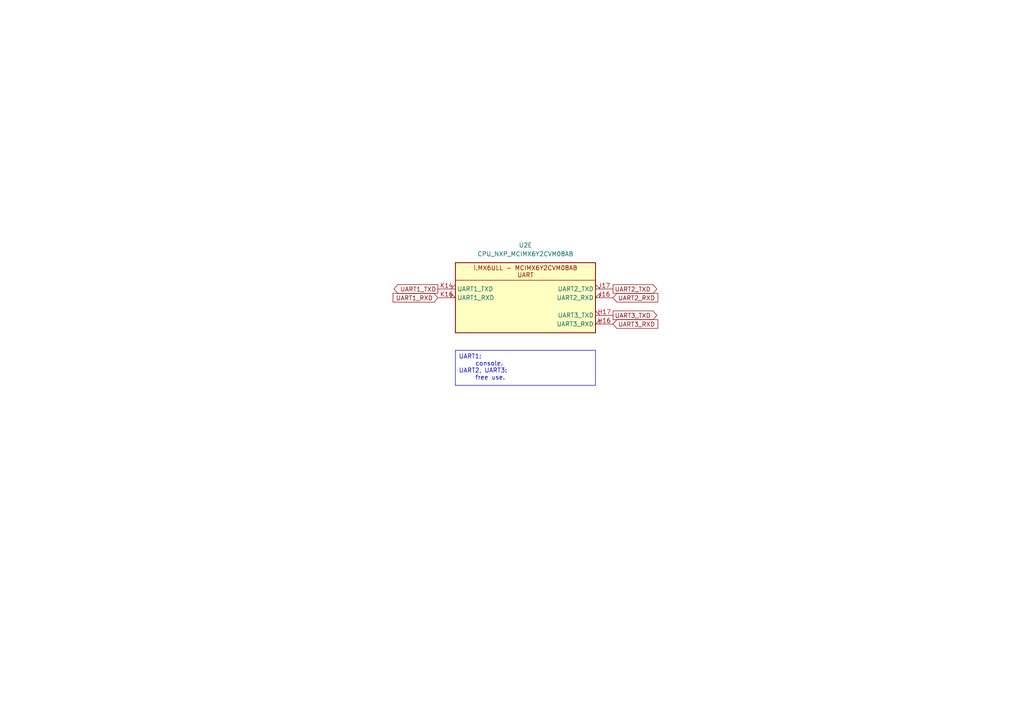
<source format=kicad_sch>
(kicad_sch
	(version 20231120)
	(generator "eeschema")
	(generator_version "8.0")
	(uuid "02f282a2-7be6-48f3-8522-b5fcc768c04c")
	(paper "A4")
	(title_block
		(title "i.MX6ULL Core - UART")
		(date "2024-06-06")
		(rev "0.9.1")
	)
	(lib_symbols
		(symbol "i.MX6ULL_Core:CPU_NXP_MCIMX6Y2CVM08AB"
			(exclude_from_sim no)
			(in_bom yes)
			(on_board yes)
			(property "Reference" "U"
				(at 0 0 0)
				(effects
					(font
						(size 1.27 1.27)
					)
				)
			)
			(property "Value" "CPU_NXP_MCIMX6Y2CVM08AB"
				(at 0 54.61 0)
				(effects
					(font
						(size 1.27 1.27)
					)
				)
			)
			(property "Footprint" "i.MX6ULL_Core:NXP_BGA-289_14x14mm_Layout14x14_P0.8mm_Ball0.45mm_Pad0.4mm"
				(at 0 52.07 0)
				(effects
					(font
						(size 1.27 1.27)
					)
					(hide yes)
				)
			)
			(property "Datasheet" ""
				(at -29.21 -2.54 0)
				(effects
					(font
						(size 1.27 1.27)
					)
					(hide yes)
				)
			)
			(property "Description" ""
				(at -29.21 -2.54 0)
				(effects
					(font
						(size 1.27 1.27)
					)
					(hide yes)
				)
			)
			(property "ki_locked" ""
				(at 0 0 0)
				(effects
					(font
						(size 1.27 1.27)
					)
				)
			)
			(symbol "CPU_NXP_MCIMX6Y2CVM08AB_1_1"
				(unit_name "Unit A - PWR")
				(rectangle
					(start -20.32 44.45)
					(end 20.32 -44.45)
					(stroke
						(width 0.254)
						(type default)
					)
					(fill
						(type background)
					)
				)
				(polyline
					(pts
						(xy -20.32 -36.83) (xy 20.32 -36.83)
					)
					(stroke
						(width 0)
						(type default)
					)
					(fill
						(type none)
					)
				)
				(polyline
					(pts
						(xy -20.32 -27.94) (xy 20.32 -27.94)
					)
					(stroke
						(width 0)
						(type default)
					)
					(fill
						(type none)
					)
				)
				(polyline
					(pts
						(xy -20.32 -6.35) (xy 20.32 -6.35)
					)
					(stroke
						(width 0)
						(type default)
					)
					(fill
						(type none)
					)
				)
				(polyline
					(pts
						(xy -20.32 0) (xy 20.32 0)
					)
					(stroke
						(width 0)
						(type default)
					)
					(fill
						(type none)
					)
				)
				(polyline
					(pts
						(xy -20.32 8.89) (xy 20.32 8.89)
					)
					(stroke
						(width 0)
						(type default)
					)
					(fill
						(type none)
					)
				)
				(polyline
					(pts
						(xy -20.32 15.24) (xy 20.32 15.24)
					)
					(stroke
						(width 0)
						(type default)
					)
					(fill
						(type none)
					)
				)
				(polyline
					(pts
						(xy -20.32 24.13) (xy 20.32 24.13)
					)
					(stroke
						(width 0)
						(type default)
					)
					(fill
						(type none)
					)
				)
				(polyline
					(pts
						(xy -20.32 33.02) (xy 20.32 33.02)
					)
					(stroke
						(width 0)
						(type default)
					)
					(fill
						(type none)
					)
				)
				(polyline
					(pts
						(xy -20.32 39.37) (xy 20.32 39.37)
					)
					(stroke
						(width 0)
						(type default)
					)
					(fill
						(type none)
					)
				)
				(text "10pin"
					(at 5.08 20.32 0)
					(effects
						(font
							(size 1.27 1.27)
						)
						(justify right)
					)
				)
				(text "2pin"
					(at 5.08 29.21 0)
					(effects
						(font
							(size 1.27 1.27)
						)
						(justify right)
					)
				)
				(text "47pin"
					(at -15.24 -34.29 0)
					(effects
						(font
							(size 1.27 1.27)
						)
						(justify left)
					)
				)
				(text "4pin"
					(at 5.08 17.78 0)
					(effects
						(font
							(size 1.27 1.27)
						)
						(justify right)
					)
				)
				(text "6pin"
					(at -7.62 11.43 0)
					(effects
						(font
							(size 1.27 1.27)
						)
						(justify left)
					)
				)
				(text "6pin"
					(at -7.62 20.32 0)
					(effects
						(font
							(size 1.27 1.27)
						)
						(justify left)
					)
				)
				(text "ADC"
					(at 0 7.62 0)
					(effects
						(font
							(size 1.27 1.27)
						)
					)
				)
				(text "DRAM"
					(at 0 13.97 0)
					(effects
						(font
							(size 1.27 1.27)
						)
					)
				)
				(text "i.MX6ULL - MCIMX6Y2CVM08AB\nPWR"
					(at 0 41.91 0)
					(effects
						(font
							(size 1.27 1.27)
						)
					)
				)
				(text "LDO 2P5 1P1"
					(at 0 31.75 0)
					(effects
						(font
							(size 1.27 1.27)
						)
					)
				)
				(text private "NVCC_DRAM:\n	LPDDR2, 1.2V. DDR3L, 1.35V. DDR3, 1.5V\n\nNVCC_DRAM_2P5:\n	2.5V, Board-level connection to VDD_HIGH_CAP."
					(at 50.8 38.1 0)
					(effects
						(font
							(size 1.27 1.27)
						)
						(justify left top)
					)
				)
				(text "LDO ARM SOC"
					(at 0 22.86 0)
					(effects
						(font
							(size 1.27 1.27)
						)
					)
				)
				(text "LDO SNVS"
					(at 0 38.1 0)
					(effects
						(font
							(size 1.27 1.27)
						)
					)
				)
				(text "NVCC_xxx"
					(at 0 -7.62 0)
					(effects
						(font
							(size 1.27 1.27)
						)
					)
				)
				(text private "Total: 92 pins."
					(at -20.32 45.72 0)
					(effects
						(font
							(size 1.27 1.27)
						)
						(justify left)
					)
				)
				(text "Reserved"
					(at 0 -38.1 0)
					(effects
						(font
							(size 1.27 1.27)
						)
					)
				)
				(text "USB"
					(at 0 -1.27 0)
					(effects
						(font
							(size 1.27 1.27)
						)
					)
				)
				(text private "VDDA_ADC_3P3:\n	must be powered even\n	if the ADC is not used.\nADC_VREFH:\n	tied to VDDA_ADC_3P3.\n\nNGND_KEL0:\n	tied to GND.\n\nGPANIO:\n	reserved, unconnected."
					(at -76.2 38.1 0)
					(effects
						(font
							(size 1.27 1.27)
						)
						(justify left top)
					)
				)
				(text "VSS"
					(at 0 -29.21 0)
					(effects
						(font
							(size 1.27 1.27)
						)
					)
				)
				(pin power_in line
					(at -25.4 -34.29 0)
					(length 5.08)
					(name "VSS"
						(effects
							(font
								(size 1.27 1.27)
							)
						)
					)
					(number "A1"
						(effects
							(font
								(size 1.27 1.27)
							)
						)
					)
				)
				(pin passive line
					(at -25.4 -34.29 0)
					(length 5.08) hide
					(name "VSS"
						(effects
							(font
								(size 1.27 1.27)
							)
						)
					)
					(number "A17"
						(effects
							(font
								(size 1.27 1.27)
							)
						)
					)
				)
				(pin passive line
					(at -25.4 -34.29 0)
					(length 5.08) hide
					(name "VSS"
						(effects
							(font
								(size 1.27 1.27)
							)
						)
					)
					(number "C11"
						(effects
							(font
								(size 1.27 1.27)
							)
						)
					)
				)
				(pin passive line
					(at -25.4 -34.29 0)
					(length 5.08) hide
					(name "VSS"
						(effects
							(font
								(size 1.27 1.27)
							)
						)
					)
					(number "C15"
						(effects
							(font
								(size 1.27 1.27)
							)
						)
					)
				)
				(pin passive line
					(at -25.4 -34.29 0)
					(length 5.08) hide
					(name "VSS"
						(effects
							(font
								(size 1.27 1.27)
							)
						)
					)
					(number "C3"
						(effects
							(font
								(size 1.27 1.27)
							)
						)
					)
				)
				(pin power_in line
					(at -25.4 -15.24 0)
					(length 5.08)
					(name "NVCC_SD1"
						(effects
							(font
								(size 1.27 1.27)
							)
						)
					)
					(number "C4"
						(effects
							(font
								(size 1.27 1.27)
							)
						)
					)
				)
				(pin passive line
					(at -25.4 -34.29 0)
					(length 5.08) hide
					(name "VSS"
						(effects
							(font
								(size 1.27 1.27)
							)
						)
					)
					(number "C7"
						(effects
							(font
								(size 1.27 1.27)
							)
						)
					)
				)
				(pin passive line
					(at -25.4 -34.29 0)
					(length 5.08) hide
					(name "VSS"
						(effects
							(font
								(size 1.27 1.27)
							)
						)
					)
					(number "E11"
						(effects
							(font
								(size 1.27 1.27)
							)
						)
					)
				)
				(pin power_in line
					(at -25.4 -20.32 0)
					(length 5.08)
					(name "NVCC_LCD"
						(effects
							(font
								(size 1.27 1.27)
							)
						)
					)
					(number "E13"
						(effects
							(font
								(size 1.27 1.27)
							)
						)
					)
				)
				(pin power_in line
					(at -25.4 -17.78 0)
					(length 5.08)
					(name "NVCC_NAND"
						(effects
							(font
								(size 1.27 1.27)
							)
						)
					)
					(number "E7"
						(effects
							(font
								(size 1.27 1.27)
							)
						)
					)
				)
				(pin passive line
					(at -25.4 -34.29 0)
					(length 5.08) hide
					(name "VSS"
						(effects
							(font
								(size 1.27 1.27)
							)
						)
					)
					(number "E8"
						(effects
							(font
								(size 1.27 1.27)
							)
						)
					)
				)
				(pin passive line
					(at -25.4 -34.29 0)
					(length 5.08) hide
					(name "VSS"
						(effects
							(font
								(size 1.27 1.27)
							)
						)
					)
					(number "F10"
						(effects
							(font
								(size 1.27 1.27)
							)
						)
					)
				)
				(pin passive line
					(at -25.4 -34.29 0)
					(length 5.08) hide
					(name "VSS"
						(effects
							(font
								(size 1.27 1.27)
							)
						)
					)
					(number "F11"
						(effects
							(font
								(size 1.27 1.27)
							)
						)
					)
				)
				(pin passive line
					(at -25.4 -34.29 0)
					(length 5.08) hide
					(name "VSS"
						(effects
							(font
								(size 1.27 1.27)
							)
						)
					)
					(number "F12"
						(effects
							(font
								(size 1.27 1.27)
							)
						)
					)
				)
				(pin power_in line
					(at -25.4 -22.86 0)
					(length 5.08)
					(name "NVCC_ENET"
						(effects
							(font
								(size 1.27 1.27)
							)
						)
					)
					(number "F13"
						(effects
							(font
								(size 1.27 1.27)
							)
						)
					)
				)
				(pin power_in line
					(at -25.4 -25.4 0)
					(length 5.08)
					(name "NVCC_CSI"
						(effects
							(font
								(size 1.27 1.27)
							)
						)
					)
					(number "F4"
						(effects
							(font
								(size 1.27 1.27)
							)
						)
					)
				)
				(pin passive line
					(at -25.4 -34.29 0)
					(length 5.08) hide
					(name "VSS"
						(effects
							(font
								(size 1.27 1.27)
							)
						)
					)
					(number "F6"
						(effects
							(font
								(size 1.27 1.27)
							)
						)
					)
				)
				(pin passive line
					(at -25.4 -34.29 0)
					(length 5.08) hide
					(name "VSS"
						(effects
							(font
								(size 1.27 1.27)
							)
						)
					)
					(number "F7"
						(effects
							(font
								(size 1.27 1.27)
							)
						)
					)
				)
				(pin passive line
					(at -25.4 -34.29 0)
					(length 5.08) hide
					(name "VSS"
						(effects
							(font
								(size 1.27 1.27)
							)
						)
					)
					(number "F8"
						(effects
							(font
								(size 1.27 1.27)
							)
						)
					)
				)
				(pin passive line
					(at -25.4 -34.29 0)
					(length 5.08) hide
					(name "VSS"
						(effects
							(font
								(size 1.27 1.27)
							)
						)
					)
					(number "F9"
						(effects
							(font
								(size 1.27 1.27)
							)
						)
					)
				)
				(pin passive line
					(at 25.4 17.78 180)
					(length 5.08) hide
					(name "VDD_ARM_CAP"
						(effects
							(font
								(size 1.27 1.27)
							)
						)
					)
					(number "G10"
						(effects
							(font
								(size 1.27 1.27)
							)
						)
					)
				)
				(pin passive line
					(at 25.4 17.78 180)
					(length 5.08) hide
					(name "VDD_ARM_CAP"
						(effects
							(font
								(size 1.27 1.27)
							)
						)
					)
					(number "G11"
						(effects
							(font
								(size 1.27 1.27)
							)
						)
					)
				)
				(pin passive line
					(at -25.4 -34.29 0)
					(length 5.08) hide
					(name "VSS"
						(effects
							(font
								(size 1.27 1.27)
							)
						)
					)
					(number "G12"
						(effects
							(font
								(size 1.27 1.27)
							)
						)
					)
				)
				(pin passive line
					(at -25.4 -34.29 0)
					(length 5.08) hide
					(name "VSS"
						(effects
							(font
								(size 1.27 1.27)
							)
						)
					)
					(number "G15"
						(effects
							(font
								(size 1.27 1.27)
							)
						)
					)
				)
				(pin passive line
					(at -25.4 -34.29 0)
					(length 5.08) hide
					(name "VSS"
						(effects
							(font
								(size 1.27 1.27)
							)
						)
					)
					(number "G3"
						(effects
							(font
								(size 1.27 1.27)
							)
						)
					)
				)
				(pin passive line
					(at -25.4 -34.29 0)
					(length 5.08) hide
					(name "VSS"
						(effects
							(font
								(size 1.27 1.27)
							)
						)
					)
					(number "G5"
						(effects
							(font
								(size 1.27 1.27)
							)
						)
					)
				)
				(pin power_in line
					(at -25.4 11.43 0)
					(length 5.08)
					(name "NVCC_DRAM"
						(effects
							(font
								(size 1.27 1.27)
							)
						)
					)
					(number "G6"
						(effects
							(font
								(size 1.27 1.27)
							)
						)
					)
				)
				(pin passive line
					(at -25.4 -34.29 0)
					(length 5.08) hide
					(name "VSS"
						(effects
							(font
								(size 1.27 1.27)
							)
						)
					)
					(number "G7"
						(effects
							(font
								(size 1.27 1.27)
							)
						)
					)
				)
				(pin power_out line
					(at 25.4 20.32 180)
					(length 5.08)
					(name "VDD_SOC_CAP"
						(effects
							(font
								(size 1.27 1.27)
							)
						)
					)
					(number "G8"
						(effects
							(font
								(size 1.27 1.27)
							)
						)
					)
				)
				(pin power_out line
					(at 25.4 17.78 180)
					(length 5.08)
					(name "VDD_ARM_CAP"
						(effects
							(font
								(size 1.27 1.27)
							)
						)
					)
					(number "G9"
						(effects
							(font
								(size 1.27 1.27)
							)
						)
					)
				)
				(pin passive line
					(at -25.4 20.32 0)
					(length 5.08) hide
					(name "VDD_SOC_IN"
						(effects
							(font
								(size 1.27 1.27)
							)
						)
					)
					(number "H10"
						(effects
							(font
								(size 1.27 1.27)
							)
						)
					)
				)
				(pin passive line
					(at 25.4 17.78 180)
					(length 5.08) hide
					(name "VDD_ARM_CAP"
						(effects
							(font
								(size 1.27 1.27)
							)
						)
					)
					(number "H11"
						(effects
							(font
								(size 1.27 1.27)
							)
						)
					)
				)
				(pin passive line
					(at -25.4 -34.29 0)
					(length 5.08) hide
					(name "VSS"
						(effects
							(font
								(size 1.27 1.27)
							)
						)
					)
					(number "H12"
						(effects
							(font
								(size 1.27 1.27)
							)
						)
					)
				)
				(pin power_in line
					(at -25.4 -10.16 0)
					(length 5.08)
					(name "NVCC_UART"
						(effects
							(font
								(size 1.27 1.27)
							)
						)
					)
					(number "H13"
						(effects
							(font
								(size 1.27 1.27)
							)
						)
					)
				)
				(pin passive line
					(at -25.4 11.43 0)
					(length 5.08) hide
					(name "NVCC_DRAM"
						(effects
							(font
								(size 1.27 1.27)
							)
						)
					)
					(number "H6"
						(effects
							(font
								(size 1.27 1.27)
							)
						)
					)
				)
				(pin passive line
					(at -25.4 -34.29 0)
					(length 5.08) hide
					(name "VSS"
						(effects
							(font
								(size 1.27 1.27)
							)
						)
					)
					(number "H7"
						(effects
							(font
								(size 1.27 1.27)
							)
						)
					)
				)
				(pin passive line
					(at 25.4 20.32 180)
					(length 5.08) hide
					(name "VDD_SOC_CAP"
						(effects
							(font
								(size 1.27 1.27)
							)
						)
					)
					(number "H8"
						(effects
							(font
								(size 1.27 1.27)
							)
						)
					)
				)
				(pin power_in line
					(at -25.4 20.32 0)
					(length 5.08)
					(name "VDD_SOC_IN"
						(effects
							(font
								(size 1.27 1.27)
							)
						)
					)
					(number "H9"
						(effects
							(font
								(size 1.27 1.27)
							)
						)
					)
				)
				(pin passive line
					(at -25.4 20.32 0)
					(length 5.08) hide
					(name "VDD_SOC_IN"
						(effects
							(font
								(size 1.27 1.27)
							)
						)
					)
					(number "J10"
						(effects
							(font
								(size 1.27 1.27)
							)
						)
					)
				)
				(pin passive line
					(at 25.4 20.32 180)
					(length 5.08) hide
					(name "VDD_SOC_CAP"
						(effects
							(font
								(size 1.27 1.27)
							)
						)
					)
					(number "J11"
						(effects
							(font
								(size 1.27 1.27)
							)
						)
					)
				)
				(pin passive line
					(at -25.4 -34.29 0)
					(length 5.08) hide
					(name "VSS"
						(effects
							(font
								(size 1.27 1.27)
							)
						)
					)
					(number "J12"
						(effects
							(font
								(size 1.27 1.27)
							)
						)
					)
				)
				(pin power_in line
					(at -25.4 -12.7 0)
					(length 5.08)
					(name "NVCC_GPIO"
						(effects
							(font
								(size 1.27 1.27)
							)
						)
					)
					(number "J13"
						(effects
							(font
								(size 1.27 1.27)
							)
						)
					)
				)
				(pin passive line
					(at -25.4 -34.29 0)
					(length 5.08) hide
					(name "VSS"
						(effects
							(font
								(size 1.27 1.27)
							)
						)
					)
					(number "J5"
						(effects
							(font
								(size 1.27 1.27)
							)
						)
					)
				)
				(pin passive line
					(at -25.4 11.43 0)
					(length 5.08) hide
					(name "NVCC_DRAM"
						(effects
							(font
								(size 1.27 1.27)
							)
						)
					)
					(number "J6"
						(effects
							(font
								(size 1.27 1.27)
							)
						)
					)
				)
				(pin passive line
					(at -25.4 -34.29 0)
					(length 5.08) hide
					(name "VSS"
						(effects
							(font
								(size 1.27 1.27)
							)
						)
					)
					(number "J7"
						(effects
							(font
								(size 1.27 1.27)
							)
						)
					)
				)
				(pin passive line
					(at 25.4 20.32 180)
					(length 5.08) hide
					(name "VDD_SOC_CAP"
						(effects
							(font
								(size 1.27 1.27)
							)
						)
					)
					(number "J8"
						(effects
							(font
								(size 1.27 1.27)
							)
						)
					)
				)
				(pin passive line
					(at -25.4 20.32 0)
					(length 5.08) hide
					(name "VDD_SOC_IN"
						(effects
							(font
								(size 1.27 1.27)
							)
						)
					)
					(number "J9"
						(effects
							(font
								(size 1.27 1.27)
							)
						)
					)
				)
				(pin passive line
					(at -25.4 20.32 0)
					(length 5.08) hide
					(name "VDD_SOC_IN"
						(effects
							(font
								(size 1.27 1.27)
							)
						)
					)
					(number "K10"
						(effects
							(font
								(size 1.27 1.27)
							)
						)
					)
				)
				(pin passive line
					(at 25.4 20.32 180)
					(length 5.08) hide
					(name "VDD_SOC_CAP"
						(effects
							(font
								(size 1.27 1.27)
							)
						)
					)
					(number "K11"
						(effects
							(font
								(size 1.27 1.27)
							)
						)
					)
				)
				(pin passive line
					(at -25.4 -34.29 0)
					(length 5.08) hide
					(name "VSS"
						(effects
							(font
								(size 1.27 1.27)
							)
						)
					)
					(number "K12"
						(effects
							(font
								(size 1.27 1.27)
							)
						)
					)
				)
				(pin passive line
					(at -25.4 11.43 0)
					(length 5.08) hide
					(name "NVCC_DRAM"
						(effects
							(font
								(size 1.27 1.27)
							)
						)
					)
					(number "K6"
						(effects
							(font
								(size 1.27 1.27)
							)
						)
					)
				)
				(pin passive line
					(at -25.4 -34.29 0)
					(length 5.08) hide
					(name "VSS"
						(effects
							(font
								(size 1.27 1.27)
							)
						)
					)
					(number "K7"
						(effects
							(font
								(size 1.27 1.27)
							)
						)
					)
				)
				(pin passive line
					(at 25.4 20.32 180)
					(length 5.08) hide
					(name "VDD_SOC_CAP"
						(effects
							(font
								(size 1.27 1.27)
							)
						)
					)
					(number "K8"
						(effects
							(font
								(size 1.27 1.27)
							)
						)
					)
				)
				(pin passive line
					(at -25.4 20.32 0)
					(length 5.08) hide
					(name "VDD_SOC_IN"
						(effects
							(font
								(size 1.27 1.27)
							)
						)
					)
					(number "K9"
						(effects
							(font
								(size 1.27 1.27)
							)
						)
					)
				)
				(pin passive line
					(at 25.4 20.32 180)
					(length 5.08) hide
					(name "VDD_SOC_CAP"
						(effects
							(font
								(size 1.27 1.27)
							)
						)
					)
					(number "L10"
						(effects
							(font
								(size 1.27 1.27)
							)
						)
					)
				)
				(pin passive line
					(at 25.4 20.32 180)
					(length 5.08) hide
					(name "VDD_SOC_CAP"
						(effects
							(font
								(size 1.27 1.27)
							)
						)
					)
					(number "L11"
						(effects
							(font
								(size 1.27 1.27)
							)
						)
					)
				)
				(pin passive line
					(at -25.4 -34.29 0)
					(length 5.08) hide
					(name "VSS"
						(effects
							(font
								(size 1.27 1.27)
							)
						)
					)
					(number "L12"
						(effects
							(font
								(size 1.27 1.27)
							)
						)
					)
				)
				(pin power_in line
					(at -25.4 5.08 0)
					(length 5.08)
					(name "VDDA_ADC_3P3"
						(effects
							(font
								(size 1.27 1.27)
							)
						)
					)
					(number "L13"
						(effects
							(font
								(size 1.27 1.27)
							)
						)
					)
				)
				(pin passive line
					(at -25.4 -34.29 0)
					(length 5.08) hide
					(name "VSS"
						(effects
							(font
								(size 1.27 1.27)
							)
						)
					)
					(number "L3"
						(effects
							(font
								(size 1.27 1.27)
							)
						)
					)
				)
				(pin passive line
					(at -25.4 11.43 0)
					(length 5.08) hide
					(name "NVCC_DRAM"
						(effects
							(font
								(size 1.27 1.27)
							)
						)
					)
					(number "L6"
						(effects
							(font
								(size 1.27 1.27)
							)
						)
					)
				)
				(pin passive line
					(at -25.4 -34.29 0)
					(length 5.08) hide
					(name "VSS"
						(effects
							(font
								(size 1.27 1.27)
							)
						)
					)
					(number "L7"
						(effects
							(font
								(size 1.27 1.27)
							)
						)
					)
				)
				(pin passive line
					(at 25.4 20.32 180)
					(length 5.08) hide
					(name "VDD_SOC_CAP"
						(effects
							(font
								(size 1.27 1.27)
							)
						)
					)
					(number "L8"
						(effects
							(font
								(size 1.27 1.27)
							)
						)
					)
				)
				(pin passive line
					(at 25.4 20.32 180)
					(length 5.08) hide
					(name "VDD_SOC_CAP"
						(effects
							(font
								(size 1.27 1.27)
							)
						)
					)
					(number "L9"
						(effects
							(font
								(size 1.27 1.27)
							)
						)
					)
				)
				(pin passive line
					(at -25.4 -34.29 0)
					(length 5.08) hide
					(name "VSS"
						(effects
							(font
								(size 1.27 1.27)
							)
						)
					)
					(number "M10"
						(effects
							(font
								(size 1.27 1.27)
							)
						)
					)
				)
				(pin passive line
					(at -25.4 -34.29 0)
					(length 5.08) hide
					(name "VSS"
						(effects
							(font
								(size 1.27 1.27)
							)
						)
					)
					(number "M11"
						(effects
							(font
								(size 1.27 1.27)
							)
						)
					)
				)
				(pin power_in line
					(at -25.4 -31.75 0)
					(length 5.08)
					(name "NGND_KEL0"
						(effects
							(font
								(size 1.27 1.27)
							)
						)
					)
					(number "M12"
						(effects
							(font
								(size 1.27 1.27)
							)
						)
					)
				)
				(pin power_in line
					(at -25.4 2.54 0)
					(length 5.08)
					(name "ADC_VREFH"
						(effects
							(font
								(size 1.27 1.27)
							)
						)
					)
					(number "M13"
						(effects
							(font
								(size 1.27 1.27)
							)
						)
					)
				)
				(pin passive line
					(at -25.4 11.43 0)
					(length 5.08) hide
					(name "NVCC_DRAM"
						(effects
							(font
								(size 1.27 1.27)
							)
						)
					)
					(number "M6"
						(effects
							(font
								(size 1.27 1.27)
							)
						)
					)
				)
				(pin passive line
					(at -25.4 -34.29 0)
					(length 5.08) hide
					(name "VSS"
						(effects
							(font
								(size 1.27 1.27)
							)
						)
					)
					(number "M7"
						(effects
							(font
								(size 1.27 1.27)
							)
						)
					)
				)
				(pin passive line
					(at -25.4 -34.29 0)
					(length 5.08) hide
					(name "VSS"
						(effects
							(font
								(size 1.27 1.27)
							)
						)
					)
					(number "M8"
						(effects
							(font
								(size 1.27 1.27)
							)
						)
					)
				)
				(pin passive line
					(at -25.4 -34.29 0)
					(length 5.08) hide
					(name "VSS"
						(effects
							(font
								(size 1.27 1.27)
							)
						)
					)
					(number "M9"
						(effects
							(font
								(size 1.27 1.27)
							)
						)
					)
				)
				(pin power_out line
					(at 25.4 35.56 180)
					(length 5.08)
					(name "VDD_SNVS_CAP"
						(effects
							(font
								(size 1.27 1.27)
							)
						)
					)
					(number "N12"
						(effects
							(font
								(size 1.27 1.27)
							)
						)
					)
				)
				(pin power_in line
					(at -25.4 29.21 0)
					(length 5.08)
					(name "VDD_HIGH_IN"
						(effects
							(font
								(size 1.27 1.27)
							)
						)
					)
					(number "N13"
						(effects
							(font
								(size 1.27 1.27)
							)
						)
					)
				)
				(pin passive line
					(at -25.4 -34.29 0)
					(length 5.08) hide
					(name "VSS"
						(effects
							(font
								(size 1.27 1.27)
							)
						)
					)
					(number "N3"
						(effects
							(font
								(size 1.27 1.27)
							)
						)
					)
				)
				(pin passive line
					(at -25.4 -34.29 0)
					(length 5.08) hide
					(name "VSS"
						(effects
							(font
								(size 1.27 1.27)
							)
						)
					)
					(number "N5"
						(effects
							(font
								(size 1.27 1.27)
							)
						)
					)
				)
				(pin power_in line
					(at 25.4 11.43 180)
					(length 5.08)
					(name "NVCC_DRAM_2P5"
						(effects
							(font
								(size 1.27 1.27)
							)
						)
					)
					(number "N6"
						(effects
							(font
								(size 1.27 1.27)
							)
						)
					)
				)
				(pin power_in line
					(at -25.4 35.56 0)
					(length 5.08)
					(name "VDD_SNVS_IN"
						(effects
							(font
								(size 1.27 1.27)
							)
						)
					)
					(number "P12"
						(effects
							(font
								(size 1.27 1.27)
							)
						)
					)
				)
				(pin power_out line
					(at 25.4 26.67 180)
					(length 5.08)
					(name "NVCC_PLL"
						(effects
							(font
								(size 1.27 1.27)
							)
						)
					)
					(number "P13"
						(effects
							(font
								(size 1.27 1.27)
							)
						)
					)
				)
				(pin passive line
					(at -25.4 -34.29 0)
					(length 5.08) hide
					(name "VSS"
						(effects
							(font
								(size 1.27 1.27)
							)
						)
					)
					(number "R11"
						(effects
							(font
								(size 1.27 1.27)
							)
						)
					)
				)
				(pin power_out line
					(at 25.4 -3.81 180)
					(length 5.08)
					(name "VDD_USB_CAP"
						(effects
							(font
								(size 1.27 1.27)
							)
						)
					)
					(number "R12"
						(effects
							(font
								(size 1.27 1.27)
							)
						)
					)
				)
				(pin no_connect line
					(at -25.4 -40.64 0)
					(length 5.08)
					(name "GPANAIO"
						(effects
							(font
								(size 1.27 1.27)
							)
						)
					)
					(number "R13"
						(effects
							(font
								(size 1.27 1.27)
							)
						)
					)
				)
				(pin power_out line
					(at 25.4 29.21 180)
					(length 5.08)
					(name "VDD_HIGH_CAP"
						(effects
							(font
								(size 1.27 1.27)
							)
						)
					)
					(number "R14"
						(effects
							(font
								(size 1.27 1.27)
							)
						)
					)
				)
				(pin passive line
					(at 25.4 29.21 180)
					(length 5.08) hide
					(name "VDD_HIGH_CAP"
						(effects
							(font
								(size 1.27 1.27)
							)
						)
					)
					(number "R15"
						(effects
							(font
								(size 1.27 1.27)
							)
						)
					)
				)
				(pin passive line
					(at -25.4 -34.29 0)
					(length 5.08) hide
					(name "VSS"
						(effects
							(font
								(size 1.27 1.27)
							)
						)
					)
					(number "R16"
						(effects
							(font
								(size 1.27 1.27)
							)
						)
					)
				)
				(pin passive line
					(at -25.4 -34.29 0)
					(length 5.08) hide
					(name "VSS"
						(effects
							(font
								(size 1.27 1.27)
							)
						)
					)
					(number "R17"
						(effects
							(font
								(size 1.27 1.27)
							)
						)
					)
				)
				(pin passive line
					(at -25.4 -34.29 0)
					(length 5.08) hide
					(name "VSS"
						(effects
							(font
								(size 1.27 1.27)
							)
						)
					)
					(number "R3"
						(effects
							(font
								(size 1.27 1.27)
							)
						)
					)
				)
				(pin passive line
					(at -25.4 -34.29 0)
					(length 5.08) hide
					(name "VSS"
						(effects
							(font
								(size 1.27 1.27)
							)
						)
					)
					(number "R5"
						(effects
							(font
								(size 1.27 1.27)
							)
						)
					)
				)
				(pin passive line
					(at -25.4 -34.29 0)
					(length 5.08) hide
					(name "VSS"
						(effects
							(font
								(size 1.27 1.27)
							)
						)
					)
					(number "R7"
						(effects
							(font
								(size 1.27 1.27)
							)
						)
					)
				)
				(pin passive line
					(at -25.4 -34.29 0)
					(length 5.08) hide
					(name "VSS"
						(effects
							(font
								(size 1.27 1.27)
							)
						)
					)
					(number "T14"
						(effects
							(font
								(size 1.27 1.27)
							)
						)
					)
				)
				(pin passive line
					(at -25.4 -34.29 0)
					(length 5.08) hide
					(name "VSS"
						(effects
							(font
								(size 1.27 1.27)
							)
						)
					)
					(number "U1"
						(effects
							(font
								(size 1.27 1.27)
							)
						)
					)
				)
				(pin passive line
					(at -25.4 -34.29 0)
					(length 5.08) hide
					(name "VSS"
						(effects
							(font
								(size 1.27 1.27)
							)
						)
					)
					(number "U14"
						(effects
							(font
								(size 1.27 1.27)
							)
						)
					)
				)
				(pin passive line
					(at -25.4 -34.29 0)
					(length 5.08) hide
					(name "VSS"
						(effects
							(font
								(size 1.27 1.27)
							)
						)
					)
					(number "U17"
						(effects
							(font
								(size 1.27 1.27)
							)
						)
					)
				)
			)
			(symbol "CPU_NXP_MCIMX6Y2CVM08AB_2_1"
				(unit_name "Unit B - OSC/BOOT")
				(rectangle
					(start -20.32 22.86)
					(end 20.32 -22.86)
					(stroke
						(width 0.254)
						(type default)
					)
					(fill
						(type background)
					)
				)
				(polyline
					(pts
						(xy -20.32 -16.51) (xy 20.32 -16.51)
					)
					(stroke
						(width 0)
						(type default)
					)
					(fill
						(type none)
					)
				)
				(polyline
					(pts
						(xy -20.32 -7.62) (xy 20.32 -7.62)
					)
					(stroke
						(width 0)
						(type default)
					)
					(fill
						(type none)
					)
				)
				(polyline
					(pts
						(xy -20.32 1.27) (xy 20.32 1.27)
					)
					(stroke
						(width 0)
						(type default)
					)
					(fill
						(type none)
					)
				)
				(polyline
					(pts
						(xy -20.32 17.78) (xy 20.32 17.78)
					)
					(stroke
						(width 0)
						(type default)
					)
					(fill
						(type none)
					)
				)
				(text private "CCM_CLK1_P, CCM_CLK1_N:\n	unconnected if not used.\n\n~{POR}:\n	internal 100k pull up.\nONOFF:\n	internal 100k pull up, pull down to reset chip."
					(at 38.1 12.7 0)
					(effects
						(font
							(size 1.27 1.27)
						)
						(justify left top)
					)
				)
				(text "BOOT"
					(at 0 0 0)
					(effects
						(font
							(size 1.27 1.27)
						)
					)
				)
				(text "i.MX6ULL - MCIMX6Y2CVM08AB\nOSC/BOOT"
					(at 0 20.32 0)
					(effects
						(font
							(size 1.27 1.27)
						)
					)
				)
				(text "OSC"
					(at 0 16.51 0)
					(effects
						(font
							(size 1.27 1.27)
						)
					)
				)
				(text private "Total: 13 pins."
					(at -20.32 24.13 0)
					(effects
						(font
							(size 1.27 1.27)
						)
						(justify left)
					)
				)
				(text private "XTALI, XTALO:\n	24MHz.\nRTC_XTALI, RTC_XTALO:\n	32.768kHz.\n\nBOOT_MODE1,BOOT_MODE0:\n	internal 100k pull down.\n00: efuse.\n01: serial download.\n10: internal boot.\n11: reserved.\n\nTEST_MODE:\n	reserved,\n	unconnected or tied to GND."
					(at -76.2 12.7 0)
					(effects
						(font
							(size 1.27 1.27)
						)
						(justify left top)
					)
				)
				(text "Reserved"
					(at 0 -17.78 0)
					(effects
						(font
							(size 1.27 1.27)
						)
					)
				)
				(text "SNVS/CCM"
					(at 0 -8.89 0)
					(effects
						(font
							(size 1.27 1.27)
						)
					)
				)
				(pin no_connect line
					(at -25.4 -20.32 0)
					(length 5.08)
					(name "TEST_MODE"
						(effects
							(font
								(size 1.27 1.27)
							)
						)
					)
					(number "N7"
						(effects
							(font
								(size 1.27 1.27)
							)
						)
					)
				)
				(pin output output_low
					(at 25.4 11.43 180)
					(length 5.08)
					(name "CCM_CLK1_N"
						(effects
							(font
								(size 1.27 1.27)
							)
						)
					)
					(number "P16"
						(effects
							(font
								(size 1.27 1.27)
							)
						)
					)
				)
				(pin input input_low
					(at 25.4 13.97 180)
					(length 5.08)
					(name "CCM_CLK1_P"
						(effects
							(font
								(size 1.27 1.27)
							)
						)
					)
					(number "P17"
						(effects
							(font
								(size 1.27 1.27)
							)
						)
					)
				)
				(pin input input_low
					(at 25.4 -2.54 180)
					(length 5.08)
					(name "~{POR}"
						(effects
							(font
								(size 1.27 1.27)
							)
						)
					)
					(number "P8"
						(effects
							(font
								(size 1.27 1.27)
							)
						)
					)
				)
				(pin input input_low
					(at 25.4 -5.08 180)
					(length 5.08)
					(name "ONOFF"
						(effects
							(font
								(size 1.27 1.27)
							)
						)
					)
					(number "R8"
						(effects
							(font
								(size 1.27 1.27)
							)
						)
					)
				)
				(pin input input_low
					(at -25.4 -5.08 0)
					(length 5.08)
					(name "BOOT_MODE0"
						(effects
							(font
								(size 1.27 1.27)
							)
						)
					)
					(number "T10"
						(effects
							(font
								(size 1.27 1.27)
							)
						)
					)
				)
				(pin input input_low
					(at -25.4 6.35 0)
					(length 5.08)
					(name "RTC_XTALI"
						(effects
							(font
								(size 1.27 1.27)
							)
						)
					)
					(number "T11"
						(effects
							(font
								(size 1.27 1.27)
							)
						)
					)
				)
				(pin input input_low
					(at -25.4 13.97 0)
					(length 5.08)
					(name "XTALI"
						(effects
							(font
								(size 1.27 1.27)
							)
						)
					)
					(number "T16"
						(effects
							(font
								(size 1.27 1.27)
							)
						)
					)
				)
				(pin output output_low
					(at -25.4 11.43 0)
					(length 5.08)
					(name "XTALO"
						(effects
							(font
								(size 1.27 1.27)
							)
						)
					)
					(number "T17"
						(effects
							(font
								(size 1.27 1.27)
							)
						)
					)
				)
				(pin output output_low
					(at -25.4 -11.43 0)
					(length 5.08)
					(name "SNVS_PMIC_ON_REQ"
						(effects
							(font
								(size 1.27 1.27)
							)
						)
					)
					(number "T9"
						(effects
							(font
								(size 1.27 1.27)
							)
						)
					)
				)
				(pin input input_low
					(at -25.4 -2.54 0)
					(length 5.08)
					(name "BOOT_MODE1"
						(effects
							(font
								(size 1.27 1.27)
							)
						)
					)
					(number "U10"
						(effects
							(font
								(size 1.27 1.27)
							)
						)
					)
				)
				(pin output output_low
					(at -25.4 3.81 0)
					(length 5.08)
					(name "RTC_XTALO"
						(effects
							(font
								(size 1.27 1.27)
							)
						)
					)
					(number "U11"
						(effects
							(font
								(size 1.27 1.27)
							)
						)
					)
				)
				(pin output output_low
					(at -25.4 -13.97 0)
					(length 5.08)
					(name "CCM_PMIC_STBY_REQ"
						(effects
							(font
								(size 1.27 1.27)
							)
						)
					)
					(number "U9"
						(effects
							(font
								(size 1.27 1.27)
							)
						)
					)
				)
			)
			(symbol "CPU_NXP_MCIMX6Y2CVM08AB_3_1"
				(unit_name "Unit C - DRAM")
				(rectangle
					(start -20.32 46.99)
					(end 20.32 -46.99)
					(stroke
						(width 0.254)
						(type default)
					)
					(fill
						(type background)
					)
				)
				(polyline
					(pts
						(xy -20.32 41.91) (xy 20.32 41.91)
					)
					(stroke
						(width 0)
						(type default)
					)
					(fill
						(type none)
					)
				)
				(text private "DRAM_VREF:\n	must be half of NVCC_DRAM.\n	Use a 1 kohm 0.5% resistor to GND and a 1 kohm 0.5%\n	resistor to NVCC_DRAM. Shunt each resistor with a\n	closely-mounted 0.1 uF capacitor."
					(at -101.6 38.1 0)
					(effects
						(font
							(size 1.27 1.27)
						)
						(justify left top)
					)
				)
				(text private "Total: 55 pins."
					(at -20.32 48.26 0)
					(effects
						(font
							(size 1.27 1.27)
						)
						(justify left)
					)
				)
				(text "i.MX6ULL - MCIMX6Y2CVM08AB\nDRAM"
					(at 0 44.45 0)
					(effects
						(font
							(size 1.27 1.27)
						)
					)
				)
				(pin output output_low
					(at 25.4 24.13 180)
					(length 5.08)
					(name "DRAM_ODT1"
						(effects
							(font
								(size 1.27 1.27)
							)
						)
					)
					(number "F1"
						(effects
							(font
								(size 1.27 1.27)
							)
						)
					)
				)
				(pin output output_low
					(at -25.4 -24.13 0)
					(length 5.08)
					(name "DRAM_ADDR14"
						(effects
							(font
								(size 1.27 1.27)
							)
						)
					)
					(number "G1"
						(effects
							(font
								(size 1.27 1.27)
							)
						)
					)
				)
				(pin output output_low
					(at -25.4 -1.27 0)
					(length 5.08)
					(name "DRAM_ADDR06"
						(effects
							(font
								(size 1.27 1.27)
							)
						)
					)
					(number "G2"
						(effects
							(font
								(size 1.27 1.27)
							)
						)
					)
				)
				(pin output output_low
					(at -25.4 29.21 0)
					(length 5.08)
					(name "DRAM_RESET"
						(effects
							(font
								(size 1.27 1.27)
							)
						)
					)
					(number "G4"
						(effects
							(font
								(size 1.27 1.27)
							)
						)
					)
				)
				(pin output output_low
					(at -25.4 -34.29 0)
					(length 5.08)
					(name "DRAM_SDBA1"
						(effects
							(font
								(size 1.27 1.27)
							)
						)
					)
					(number "H1"
						(effects
							(font
								(size 1.27 1.27)
							)
						)
					)
				)
				(pin output output_low
					(at -25.4 11.43 0)
					(length 5.08)
					(name "DRAM_ADDR01"
						(effects
							(font
								(size 1.27 1.27)
							)
						)
					)
					(number "H2"
						(effects
							(font
								(size 1.27 1.27)
							)
						)
					)
				)
				(pin output output_low
					(at -25.4 -21.59 0)
					(length 5.08)
					(name "DRAM_ADDR13"
						(effects
							(font
								(size 1.27 1.27)
							)
						)
					)
					(number "H3"
						(effects
							(font
								(size 1.27 1.27)
							)
						)
					)
				)
				(pin output output_low
					(at -25.4 -3.81 0)
					(length 5.08)
					(name "DRAM_ADDR07"
						(effects
							(font
								(size 1.27 1.27)
							)
						)
					)
					(number "H4"
						(effects
							(font
								(size 1.27 1.27)
							)
						)
					)
				)
				(pin output output_low
					(at -25.4 31.75 0)
					(length 5.08)
					(name "~{DRAM_CS1}"
						(effects
							(font
								(size 1.27 1.27)
							)
						)
					)
					(number "H5"
						(effects
							(font
								(size 1.27 1.27)
							)
						)
					)
				)
				(pin output output_low
					(at 25.4 29.21 180)
					(length 5.08)
					(name "~{DRAM_SDWE}"
						(effects
							(font
								(size 1.27 1.27)
							)
						)
					)
					(number "J1"
						(effects
							(font
								(size 1.27 1.27)
							)
						)
					)
				)
				(pin output output_low
					(at 25.4 31.75 180)
					(length 5.08)
					(name "~{DRAM_CAS}"
						(effects
							(font
								(size 1.27 1.27)
							)
						)
					)
					(number "J2"
						(effects
							(font
								(size 1.27 1.27)
							)
						)
					)
				)
				(pin output output_low
					(at -25.4 24.13 0)
					(length 5.08)
					(name "DRAM_SDCKE1"
						(effects
							(font
								(size 1.27 1.27)
							)
						)
					)
					(number "J3"
						(effects
							(font
								(size 1.27 1.27)
							)
						)
					)
				)
				(pin output output_low
					(at -25.4 -8.89 0)
					(length 5.08)
					(name "DRAM_ADDR08"
						(effects
							(font
								(size 1.27 1.27)
							)
						)
					)
					(number "J4"
						(effects
							(font
								(size 1.27 1.27)
							)
						)
					)
				)
				(pin output output_low
					(at -25.4 8.89 0)
					(length 5.08)
					(name "DRAM_ADDR02"
						(effects
							(font
								(size 1.27 1.27)
							)
						)
					)
					(number "K1"
						(effects
							(font
								(size 1.27 1.27)
							)
						)
					)
				)
				(pin output output_low
					(at -25.4 -36.83 0)
					(length 5.08)
					(name "DRAM_SDBA2"
						(effects
							(font
								(size 1.27 1.27)
							)
						)
					)
					(number "K2"
						(effects
							(font
								(size 1.27 1.27)
							)
						)
					)
				)
				(pin output output_low
					(at -25.4 -16.51 0)
					(length 5.08)
					(name "DRAM_ADDR11"
						(effects
							(font
								(size 1.27 1.27)
							)
						)
					)
					(number "K3"
						(effects
							(font
								(size 1.27 1.27)
							)
						)
					)
				)
				(pin output output_low
					(at -25.4 3.81 0)
					(length 5.08)
					(name "DRAM_ADDR04"
						(effects
							(font
								(size 1.27 1.27)
							)
						)
					)
					(number "K4"
						(effects
							(font
								(size 1.27 1.27)
							)
						)
					)
				)
				(pin output output_low
					(at -25.4 -26.67 0)
					(length 5.08)
					(name "DRAM_ADDR15"
						(effects
							(font
								(size 1.27 1.27)
							)
						)
					)
					(number "K5"
						(effects
							(font
								(size 1.27 1.27)
							)
						)
					)
				)
				(pin output output_low
					(at -25.4 1.27 0)
					(length 5.08)
					(name "DRAM_ADDR05"
						(effects
							(font
								(size 1.27 1.27)
							)
						)
					)
					(number "L1"
						(effects
							(font
								(size 1.27 1.27)
							)
						)
					)
				)
				(pin output output_low
					(at -25.4 -11.43 0)
					(length 5.08)
					(name "DRAM_ADDR09"
						(effects
							(font
								(size 1.27 1.27)
							)
						)
					)
					(number "L2"
						(effects
							(font
								(size 1.27 1.27)
							)
						)
					)
				)
				(pin output output_low
					(at -25.4 -19.05 0)
					(length 5.08)
					(name "DRAM_ADDR12"
						(effects
							(font
								(size 1.27 1.27)
							)
						)
					)
					(number "L4"
						(effects
							(font
								(size 1.27 1.27)
							)
						)
					)
				)
				(pin output output_low
					(at -25.4 13.97 0)
					(length 5.08)
					(name "DRAM_ADDR00"
						(effects
							(font
								(size 1.27 1.27)
							)
						)
					)
					(number "L5"
						(effects
							(font
								(size 1.27 1.27)
							)
						)
					)
				)
				(pin output output_low
					(at -25.4 -31.75 0)
					(length 5.08)
					(name "DRAM_SDBA0"
						(effects
							(font
								(size 1.27 1.27)
							)
						)
					)
					(number "M1"
						(effects
							(font
								(size 1.27 1.27)
							)
						)
					)
				)
				(pin output output_low
					(at -25.4 6.35 0)
					(length 5.08)
					(name "DRAM_ADDR03"
						(effects
							(font
								(size 1.27 1.27)
							)
						)
					)
					(number "M2"
						(effects
							(font
								(size 1.27 1.27)
							)
						)
					)
				)
				(pin output output_low
					(at -25.4 26.67 0)
					(length 5.08)
					(name "DRAM_SDCKE0"
						(effects
							(font
								(size 1.27 1.27)
							)
						)
					)
					(number "M3"
						(effects
							(font
								(size 1.27 1.27)
							)
						)
					)
				)
				(pin output output_low
					(at -25.4 -13.97 0)
					(length 5.08)
					(name "DRAM_ADDR10"
						(effects
							(font
								(size 1.27 1.27)
							)
						)
					)
					(number "M4"
						(effects
							(font
								(size 1.27 1.27)
							)
						)
					)
				)
				(pin output output_low
					(at 25.4 34.29 180)
					(length 5.08)
					(name "~{DRAM_RAS}"
						(effects
							(font
								(size 1.27 1.27)
							)
						)
					)
					(number "M5"
						(effects
							(font
								(size 1.27 1.27)
							)
						)
					)
				)
				(pin output output_low
					(at 25.4 26.67 180)
					(length 5.08)
					(name "DRAM_ODT0"
						(effects
							(font
								(size 1.27 1.27)
							)
						)
					)
					(number "N1"
						(effects
							(font
								(size 1.27 1.27)
							)
						)
					)
				)
				(pin output output_low
					(at -25.4 34.29 0)
					(length 5.08)
					(name "~{DRAM_CS0}"
						(effects
							(font
								(size 1.27 1.27)
							)
						)
					)
					(number "N2"
						(effects
							(font
								(size 1.27 1.27)
							)
						)
					)
				)
				(pin passive output_low
					(at 25.4 21.59 180)
					(length 5.08)
					(name "DRAM_ZQPAD"
						(effects
							(font
								(size 1.27 1.27)
							)
						)
					)
					(number "N4"
						(effects
							(font
								(size 1.27 1.27)
							)
						)
					)
				)
				(pin output output_low
					(at -25.4 21.59 0)
					(length 5.08)
					(name "DRAM_SDCLK0+"
						(effects
							(font
								(size 1.27 1.27)
							)
						)
					)
					(number "P1"
						(effects
							(font
								(size 1.27 1.27)
							)
						)
					)
				)
				(pin output output_low
					(at -25.4 19.05 0)
					(length 5.08)
					(name "DRAM_SDCLK0-"
						(effects
							(font
								(size 1.27 1.27)
							)
						)
					)
					(number "P2"
						(effects
							(font
								(size 1.27 1.27)
							)
						)
					)
				)
				(pin bidirectional line
					(at 25.4 -21.59 180)
					(length 5.08)
					(name "DRAM_DATA13"
						(effects
							(font
								(size 1.27 1.27)
							)
						)
					)
					(number "P3"
						(effects
							(font
								(size 1.27 1.27)
							)
						)
					)
				)
				(pin power_in line
					(at -25.4 39.37 0)
					(length 5.08)
					(name "DRAM_VREF"
						(effects
							(font
								(size 1.27 1.27)
							)
						)
					)
					(number "P4"
						(effects
							(font
								(size 1.27 1.27)
							)
						)
					)
				)
				(pin bidirectional line
					(at 25.4 -19.05 180)
					(length 5.08)
					(name "DRAM_DATA12"
						(effects
							(font
								(size 1.27 1.27)
							)
						)
					)
					(number "P5"
						(effects
							(font
								(size 1.27 1.27)
							)
						)
					)
				)
				(pin bidirectional line
					(at 25.4 -31.75 180)
					(length 5.08)
					(name "DRAM_SDQS0+"
						(effects
							(font
								(size 1.27 1.27)
							)
						)
					)
					(number "P6"
						(effects
							(font
								(size 1.27 1.27)
							)
						)
					)
				)
				(pin bidirectional line
					(at 25.4 -34.29 180)
					(length 5.08)
					(name "DRAM_SDQS0-"
						(effects
							(font
								(size 1.27 1.27)
							)
						)
					)
					(number "P7"
						(effects
							(font
								(size 1.27 1.27)
							)
						)
					)
				)
				(pin bidirectional line
					(at 25.4 -26.67 180)
					(length 5.08)
					(name "DRAM_DATA15"
						(effects
							(font
								(size 1.27 1.27)
							)
						)
					)
					(number "R1"
						(effects
							(font
								(size 1.27 1.27)
							)
						)
					)
				)
				(pin bidirectional line
					(at 25.4 -24.13 180)
					(length 5.08)
					(name "DRAM_DATA14"
						(effects
							(font
								(size 1.27 1.27)
							)
						)
					)
					(number "R2"
						(effects
							(font
								(size 1.27 1.27)
							)
						)
					)
				)
				(pin bidirectional line
					(at 25.4 -16.51 180)
					(length 5.08)
					(name "DRAM_DATA11"
						(effects
							(font
								(size 1.27 1.27)
							)
						)
					)
					(number "R4"
						(effects
							(font
								(size 1.27 1.27)
							)
						)
					)
				)
				(pin bidirectional line
					(at 25.4 -36.83 180)
					(length 5.08)
					(name "DRAM_SDQS1+"
						(effects
							(font
								(size 1.27 1.27)
							)
						)
					)
					(number "T1"
						(effects
							(font
								(size 1.27 1.27)
							)
						)
					)
				)
				(pin bidirectional line
					(at 25.4 -39.37 180)
					(length 5.08)
					(name "DRAM_SDQS1-"
						(effects
							(font
								(size 1.27 1.27)
							)
						)
					)
					(number "T2"
						(effects
							(font
								(size 1.27 1.27)
							)
						)
					)
				)
				(pin bidirectional line
					(at 25.4 -44.45 180)
					(length 5.08)
					(name "DRAM_DQM1"
						(effects
							(font
								(size 1.27 1.27)
							)
						)
					)
					(number "T3"
						(effects
							(font
								(size 1.27 1.27)
							)
						)
					)
				)
				(pin bidirectional line
					(at 25.4 13.97 180)
					(length 5.08)
					(name "DRAM_DATA00"
						(effects
							(font
								(size 1.27 1.27)
							)
						)
					)
					(number "T4"
						(effects
							(font
								(size 1.27 1.27)
							)
						)
					)
				)
				(pin bidirectional line
					(at 25.4 -1.27 180)
					(length 5.08)
					(name "DRAM_DATA06"
						(effects
							(font
								(size 1.27 1.27)
							)
						)
					)
					(number "T5"
						(effects
							(font
								(size 1.27 1.27)
							)
						)
					)
				)
				(pin bidirectional line
					(at 25.4 8.89 180)
					(length 5.08)
					(name "DRAM_DATA02"
						(effects
							(font
								(size 1.27 1.27)
							)
						)
					)
					(number "T6"
						(effects
							(font
								(size 1.27 1.27)
							)
						)
					)
				)
				(pin bidirectional line
					(at 25.4 -41.91 180)
					(length 5.08)
					(name "DRAM_DQM0"
						(effects
							(font
								(size 1.27 1.27)
							)
						)
					)
					(number "T7"
						(effects
							(font
								(size 1.27 1.27)
							)
						)
					)
				)
				(pin bidirectional line
					(at 25.4 1.27 180)
					(length 5.08)
					(name "DRAM_DATA05"
						(effects
							(font
								(size 1.27 1.27)
							)
						)
					)
					(number "T8"
						(effects
							(font
								(size 1.27 1.27)
							)
						)
					)
				)
				(pin bidirectional line
					(at 25.4 -8.89 180)
					(length 5.08)
					(name "DRAM_DATA08"
						(effects
							(font
								(size 1.27 1.27)
							)
						)
					)
					(number "U2"
						(effects
							(font
								(size 1.27 1.27)
							)
						)
					)
				)
				(pin bidirectional line
					(at 25.4 -11.43 180)
					(length 5.08)
					(name "DRAM_DATA09"
						(effects
							(font
								(size 1.27 1.27)
							)
						)
					)
					(number "U3"
						(effects
							(font
								(size 1.27 1.27)
							)
						)
					)
				)
				(pin bidirectional line
					(at 25.4 -3.81 180)
					(length 5.08)
					(name "DRAM_DATA07"
						(effects
							(font
								(size 1.27 1.27)
							)
						)
					)
					(number "U4"
						(effects
							(font
								(size 1.27 1.27)
							)
						)
					)
				)
				(pin bidirectional line
					(at 25.4 -13.97 180)
					(length 5.08)
					(name "DRAM_DATA10"
						(effects
							(font
								(size 1.27 1.27)
							)
						)
					)
					(number "U5"
						(effects
							(font
								(size 1.27 1.27)
							)
						)
					)
				)
				(pin bidirectional line
					(at 25.4 11.43 180)
					(length 5.08)
					(name "DRAM_DATA01"
						(effects
							(font
								(size 1.27 1.27)
							)
						)
					)
					(number "U6"
						(effects
							(font
								(size 1.27 1.27)
							)
						)
					)
				)
				(pin bidirectional line
					(at 25.4 6.35 180)
					(length 5.08)
					(name "DRAM_DATA03"
						(effects
							(font
								(size 1.27 1.27)
							)
						)
					)
					(number "U7"
						(effects
							(font
								(size 1.27 1.27)
							)
						)
					)
				)
				(pin bidirectional line
					(at 25.4 3.81 180)
					(length 5.08)
					(name "DRAM_DATA04"
						(effects
							(font
								(size 1.27 1.27)
							)
						)
					)
					(number "U8"
						(effects
							(font
								(size 1.27 1.27)
							)
						)
					)
				)
			)
			(symbol "CPU_NXP_MCIMX6Y2CVM08AB_4_1"
				(unit_name "Unit D - SD/eMMC")
				(rectangle
					(start -25.4 22.86)
					(end 25.4 -22.86)
					(stroke
						(width 0.254)
						(type default)
					)
					(fill
						(type background)
					)
				)
				(polyline
					(pts
						(xy -25.4 17.78) (xy 25.4 17.78)
					)
					(stroke
						(width 0)
						(type default)
					)
					(fill
						(type none)
					)
				)
				(text private "NOTE:\n\nSD1 for eMMC, SD2 for SD card.\nSD card does not have RESET pin, so leave SD2_RESET unconnected.\nSD card does not have VSELECT pin, so give GPIO1_IO08 to LCD as PWM.\nIf you do not use dual-power for eMMC (VDDQ 1.8V), leave SD1_VSELECT unconnected.\nConnect a 22R(or 10R) resistor in series on SDn_CLK and SDn_CMD, close to host, for impedance matching.\nboot ROM uses SDn_CMD and SDn_DATA0 without internal pull-up configured, so pull them up to 3.3V via 10k.\nSD2 is in NVCC_NAND domain, power it to 3.3V."
					(at -38.1 -25.4 0)
					(effects
						(font
							(size 1.27 1.27)
						)
						(justify left top)
					)
				)
				(text "i.MX6ULL - MCIMX6Y2CVM08AB\nSD/eMMC"
					(at 0 20.32 0)
					(effects
						(font
							(size 1.27 1.27)
						)
					)
				)
				(text private "Total: 21 pins."
					(at -25.4 24.13 0)
					(effects
						(font
							(size 1.27 1.27)
						)
						(justify left)
					)
				)
				(pin bidirectional line
					(at -30.48 -5.08 0)
					(length 5.08)
					(name "SD1_DATA3"
						(effects
							(font
								(size 1.27 1.27)
							)
						)
					)
					(number "A2"
						(effects
							(font
								(size 1.27 1.27)
							)
						)
					)
				)
				(pin bidirectional line
					(at 30.48 -12.7 180)
					(length 5.08)
					(name "NAND_DATA07/SD2_DATA7"
						(effects
							(font
								(size 1.27 1.27)
							)
						)
					)
					(number "A5"
						(effects
							(font
								(size 1.27 1.27)
							)
						)
					)
				)
				(pin bidirectional line
					(at 30.48 -10.16 180)
					(length 5.08)
					(name "NAND_DATA06/SD2_DATA6"
						(effects
							(font
								(size 1.27 1.27)
							)
						)
					)
					(number "A6"
						(effects
							(font
								(size 1.27 1.27)
							)
						)
					)
				)
				(pin bidirectional line
					(at 30.48 0 180)
					(length 5.08)
					(name "NAND_DATA02/SD2_DATA2"
						(effects
							(font
								(size 1.27 1.27)
							)
						)
					)
					(number "A7"
						(effects
							(font
								(size 1.27 1.27)
							)
						)
					)
				)
				(pin bidirectional line
					(at -30.48 -2.54 0)
					(length 5.08)
					(name "SD1_DATA2"
						(effects
							(font
								(size 1.27 1.27)
							)
						)
					)
					(number "B1"
						(effects
							(font
								(size 1.27 1.27)
							)
						)
					)
				)
				(pin bidirectional line
					(at -30.48 0 0)
					(length 5.08)
					(name "SD1_DATA1"
						(effects
							(font
								(size 1.27 1.27)
							)
						)
					)
					(number "B2"
						(effects
							(font
								(size 1.27 1.27)
							)
						)
					)
				)
				(pin bidirectional line
					(at -30.48 2.54 0)
					(length 5.08)
					(name "SD1_DATA0"
						(effects
							(font
								(size 1.27 1.27)
							)
						)
					)
					(number "B3"
						(effects
							(font
								(size 1.27 1.27)
							)
						)
					)
				)
				(pin output output_low
					(at 30.48 15.24 180)
					(length 5.08)
					(name "NAND_ALE/SD2_RESET"
						(effects
							(font
								(size 1.27 1.27)
							)
						)
					)
					(number "B4"
						(effects
							(font
								(size 1.27 1.27)
							)
						)
					)
				)
				(pin bidirectional line
					(at 30.48 -7.62 180)
					(length 5.08)
					(name "NAND_DATA05/SD2_DATA5"
						(effects
							(font
								(size 1.27 1.27)
							)
						)
					)
					(number "B6"
						(effects
							(font
								(size 1.27 1.27)
							)
						)
					)
				)
				(pin bidirectional line
					(at 30.48 2.54 180)
					(length 5.08)
					(name "NAND_DATA01/SD2_DATA1"
						(effects
							(font
								(size 1.27 1.27)
							)
						)
					)
					(number "B7"
						(effects
							(font
								(size 1.27 1.27)
							)
						)
					)
				)
				(pin output output_low
					(at -30.48 10.16 0)
					(length 5.08)
					(name "SD1_CLK"
						(effects
							(font
								(size 1.27 1.27)
							)
						)
					)
					(number "C1"
						(effects
							(font
								(size 1.27 1.27)
							)
						)
					)
				)
				(pin bidirectional line
					(at -30.48 7.62 0)
					(length 5.08)
					(name "SD1_CMD"
						(effects
							(font
								(size 1.27 1.27)
							)
						)
					)
					(number "C2"
						(effects
							(font
								(size 1.27 1.27)
							)
						)
					)
				)
				(pin bidirectional line
					(at 30.48 -5.08 180)
					(length 5.08)
					(name "NAND_DATA04/SD2_DATA4"
						(effects
							(font
								(size 1.27 1.27)
							)
						)
					)
					(number "C6"
						(effects
							(font
								(size 1.27 1.27)
							)
						)
					)
				)
				(pin bidirectional line
					(at 30.48 10.16 180)
					(length 5.08)
					(name "~{NAND_WE}/SD2_CMD"
						(effects
							(font
								(size 1.27 1.27)
							)
						)
					)
					(number "C8"
						(effects
							(font
								(size 1.27 1.27)
							)
						)
					)
				)
				(pin output output_low
					(at 30.48 -20.32 180)
					(length 5.08)
					(name "~{NAND_WP}"
						(effects
							(font
								(size 1.27 1.27)
							)
						)
					)
					(number "D5"
						(effects
							(font
								(size 1.27 1.27)
							)
						)
					)
				)
				(pin bidirectional line
					(at 30.48 -2.54 180)
					(length 5.08)
					(name "NAND_DATA03/SD2_DATA3"
						(effects
							(font
								(size 1.27 1.27)
							)
						)
					)
					(number "D6"
						(effects
							(font
								(size 1.27 1.27)
							)
						)
					)
				)
				(pin bidirectional line
					(at 30.48 5.08 180)
					(length 5.08)
					(name "NAND_DATA00/SD2_DATA0"
						(effects
							(font
								(size 1.27 1.27)
							)
						)
					)
					(number "D7"
						(effects
							(font
								(size 1.27 1.27)
							)
						)
					)
				)
				(pin output output_low
					(at 30.48 12.7 180)
					(length 5.08)
					(name "~{NAND_RE}/SD2_CLK"
						(effects
							(font
								(size 1.27 1.27)
							)
						)
					)
					(number "D8"
						(effects
							(font
								(size 1.27 1.27)
							)
						)
					)
				)
				(pin bidirectional line
					(at 30.48 -17.78 180)
					(length 5.08)
					(name "NAND_DQS"
						(effects
							(font
								(size 1.27 1.27)
							)
						)
					)
					(number "E6"
						(effects
							(font
								(size 1.27 1.27)
							)
						)
					)
				)
				(pin input input_low
					(at -30.48 12.7 0)
					(length 5.08)
					(name "~{UART1_RTS}/~{SD1_CD}"
						(effects
							(font
								(size 1.27 1.27)
							)
						)
					)
					(number "J14"
						(effects
							(font
								(size 1.27 1.27)
							)
						)
					)
				)
				(pin output output_low
					(at -30.48 15.24 0)
					(length 5.08)
					(name "GPIO1_IO05/SD1_VSELECT"
						(effects
							(font
								(size 1.27 1.27)
							)
						)
					)
					(number "M17"
						(effects
							(font
								(size 1.27 1.27)
							)
						)
					)
				)
			)
			(symbol "CPU_NXP_MCIMX6Y2CVM08AB_5_1"
				(unit_name "Unit E - UART")
				(rectangle
					(start -20.32 10.16)
					(end 20.32 -10.16)
					(stroke
						(width 0.254)
						(type default)
					)
					(fill
						(type background)
					)
				)
				(polyline
					(pts
						(xy -20.32 5.08) (xy 20.32 5.08)
					)
					(stroke
						(width 0)
						(type default)
					)
					(fill
						(type none)
					)
				)
				(text "i.MX6ULL - MCIMX6Y2CVM08AB\nUART"
					(at 0 7.62 0)
					(effects
						(font
							(size 1.27 1.27)
						)
					)
				)
				(text private "Total: 6 pins."
					(at -20.32 11.43 0)
					(effects
						(font
							(size 1.27 1.27)
						)
						(justify left)
					)
				)
				(pin input input_low
					(at 25.4 -7.62 180)
					(length 5.08)
					(name "UART3_RXD"
						(effects
							(font
								(size 1.27 1.27)
							)
						)
					)
					(number "H16"
						(effects
							(font
								(size 1.27 1.27)
							)
						)
					)
				)
				(pin output output_low
					(at 25.4 -5.08 180)
					(length 5.08)
					(name "UART3_TXD"
						(effects
							(font
								(size 1.27 1.27)
							)
						)
					)
					(number "H17"
						(effects
							(font
								(size 1.27 1.27)
							)
						)
					)
				)
				(pin input input_low
					(at 25.4 0 180)
					(length 5.08)
					(name "UART2_RXD"
						(effects
							(font
								(size 1.27 1.27)
							)
						)
					)
					(number "J16"
						(effects
							(font
								(size 1.27 1.27)
							)
						)
					)
				)
				(pin output output_low
					(at 25.4 2.54 180)
					(length 5.08)
					(name "UART2_TXD"
						(effects
							(font
								(size 1.27 1.27)
							)
						)
					)
					(number "J17"
						(effects
							(font
								(size 1.27 1.27)
							)
						)
					)
				)
				(pin output output_low
					(at -25.4 2.54 0)
					(length 5.08)
					(name "UART1_TXD"
						(effects
							(font
								(size 1.27 1.27)
							)
						)
					)
					(number "K14"
						(effects
							(font
								(size 1.27 1.27)
							)
						)
					)
				)
				(pin input input_low
					(at -25.4 0 0)
					(length 5.08)
					(name "UART1_RXD"
						(effects
							(font
								(size 1.27 1.27)
							)
						)
					)
					(number "K16"
						(effects
							(font
								(size 1.27 1.27)
							)
						)
					)
				)
			)
			(symbol "CPU_NXP_MCIMX6Y2CVM08AB_6_1"
				(unit_name "Unit F - LCD/TSC")
				(rectangle
					(start -20.32 45.72)
					(end 20.32 -45.72)
					(stroke
						(width 0.254)
						(type default)
					)
					(fill
						(type background)
					)
				)
				(polyline
					(pts
						(xy -20.32 -35.56) (xy 20.32 -35.56)
					)
					(stroke
						(width 0)
						(type default)
					)
					(fill
						(type none)
					)
				)
				(polyline
					(pts
						(xy -20.32 -29.21) (xy 20.32 -29.21)
					)
					(stroke
						(width 0)
						(type default)
					)
					(fill
						(type none)
					)
				)
				(polyline
					(pts
						(xy -20.32 40.64) (xy 20.32 40.64)
					)
					(stroke
						(width 0)
						(type default)
					)
					(fill
						(type none)
					)
				)
				(text "Backlight"
					(at 0 -30.48 0)
					(effects
						(font
							(size 1.27 1.27)
						)
					)
				)
				(text "i.MX6ULL - MCIMX6Y2CVM08AB\nLCD/TSC"
					(at 0 43.18 0)
					(effects
						(font
							(size 1.27 1.27)
						)
					)
				)
				(text private "LCD_CLK:\n	pixel clock\nLCD_HSYNC:\n	horizontal sync\nLCD_VSYNC:\n	vertical sync\n\nPWM1_OUT:\n	LCD background light brightness adjust.\n	Its power domain is NVCC_GPIO.\n\nGPIO1_IO02:\n	configured as GPIO for touch screen IC reset.\nGPIO1_IO09:\n	configured as GPIO for touch screen IC interrupt."
					(at 50.8 25.4 0)
					(effects
						(font
							(size 1.27 1.27)
						)
						(justify left top)
					)
				)
				(text private "Total: 32 pins."
					(at -20.32 46.99 0)
					(effects
						(font
							(size 1.27 1.27)
						)
						(justify left)
					)
				)
				(text "LCD"
					(at 0 39.37 0)
					(effects
						(font
							(size 1.27 1.27)
						)
					)
				)
				(text "Touch Screen IC"
					(at 0 -36.83 0)
					(effects
						(font
							(size 1.27 1.27)
						)
					)
				)
				(pin output output_low
					(at -25.4 21.59 0)
					(length 5.08)
					(name "LCD_DATA06"
						(effects
							(font
								(size 1.27 1.27)
							)
						)
					)
					(number "A10"
						(effects
							(font
								(size 1.27 1.27)
							)
						)
					)
				)
				(pin output output_low
					(at -25.4 11.43 0)
					(length 5.08)
					(name "LCD_DATA09"
						(effects
							(font
								(size 1.27 1.27)
							)
						)
					)
					(number "A11"
						(effects
							(font
								(size 1.27 1.27)
							)
						)
					)
				)
				(pin output output_low
					(at -25.4 -1.27 0)
					(length 5.08)
					(name "LCD_DATA14"
						(effects
							(font
								(size 1.27 1.27)
							)
						)
					)
					(number "A12"
						(effects
							(font
								(size 1.27 1.27)
							)
						)
					)
				)
				(pin output output_low
					(at -25.4 -13.97 0)
					(length 5.08)
					(name "LCD_DATA18"
						(effects
							(font
								(size 1.27 1.27)
							)
						)
					)
					(number "A13"
						(effects
							(font
								(size 1.27 1.27)
							)
						)
					)
				)
				(pin output output_low
					(at -25.4 -24.13 0)
					(length 5.08)
					(name "LCD_DATA22"
						(effects
							(font
								(size 1.27 1.27)
							)
						)
					)
					(number "A14"
						(effects
							(font
								(size 1.27 1.27)
							)
						)
					)
				)
				(pin output output_low
					(at 25.4 26.67 180)
					(length 5.08)
					(name "LCD_CLK"
						(effects
							(font
								(size 1.27 1.27)
							)
						)
					)
					(number "A8"
						(effects
							(font
								(size 1.27 1.27)
							)
						)
					)
				)
				(pin output output_low
					(at -25.4 34.29 0)
					(length 5.08)
					(name "LCD_DATA01"
						(effects
							(font
								(size 1.27 1.27)
							)
						)
					)
					(number "A9"
						(effects
							(font
								(size 1.27 1.27)
							)
						)
					)
				)
				(pin output output_low
					(at -25.4 24.13 0)
					(length 5.08)
					(name "LCD_DATA05"
						(effects
							(font
								(size 1.27 1.27)
							)
						)
					)
					(number "B10"
						(effects
							(font
								(size 1.27 1.27)
							)
						)
					)
				)
				(pin output output_low
					(at -25.4 13.97 0)
					(length 5.08)
					(name "LCD_DATA08"
						(effects
							(font
								(size 1.27 1.27)
							)
						)
					)
					(number "B11"
						(effects
							(font
								(size 1.27 1.27)
							)
						)
					)
				)
				(pin output output_low
					(at -25.4 1.27 0)
					(length 5.08)
					(name "LCD_DATA13"
						(effects
							(font
								(size 1.27 1.27)
							)
						)
					)
					(number "B12"
						(effects
							(font
								(size 1.27 1.27)
							)
						)
					)
				)
				(pin output output_low
					(at -25.4 -11.43 0)
					(length 5.08)
					(name "LCD_DATA17"
						(effects
							(font
								(size 1.27 1.27)
							)
						)
					)
					(number "B13"
						(effects
							(font
								(size 1.27 1.27)
							)
						)
					)
				)
				(pin output output_low
					(at -25.4 -21.59 0)
					(length 5.08)
					(name "LCD_DATA21"
						(effects
							(font
								(size 1.27 1.27)
							)
						)
					)
					(number "B14"
						(effects
							(font
								(size 1.27 1.27)
							)
						)
					)
				)
				(pin output output_low
					(at -25.4 -26.67 0)
					(length 5.08)
					(name "LCD_DATA23"
						(effects
							(font
								(size 1.27 1.27)
							)
						)
					)
					(number "B16"
						(effects
							(font
								(size 1.27 1.27)
							)
						)
					)
				)
				(pin output output_low
					(at 25.4 36.83 180)
					(length 5.08)
					(name "LCD_ENABLE"
						(effects
							(font
								(size 1.27 1.27)
							)
						)
					)
					(number "B8"
						(effects
							(font
								(size 1.27 1.27)
							)
						)
					)
				)
				(pin output output_low
					(at -25.4 36.83 0)
					(length 5.08)
					(name "LCD_DATA00"
						(effects
							(font
								(size 1.27 1.27)
							)
						)
					)
					(number "B9"
						(effects
							(font
								(size 1.27 1.27)
							)
						)
					)
				)
				(pin output output_low
					(at -25.4 26.67 0)
					(length 5.08)
					(name "LCD_DATA04"
						(effects
							(font
								(size 1.27 1.27)
							)
						)
					)
					(number "C10"
						(effects
							(font
								(size 1.27 1.27)
							)
						)
					)
				)
				(pin output output_low
					(at -25.4 3.81 0)
					(length 5.08)
					(name "LCD_DATA12"
						(effects
							(font
								(size 1.27 1.27)
							)
						)
					)
					(number "C12"
						(effects
							(font
								(size 1.27 1.27)
							)
						)
					)
				)
				(pin output output_low
					(at -25.4 -8.89 0)
					(length 5.08)
					(name "LCD_DATA16"
						(effects
							(font
								(size 1.27 1.27)
							)
						)
					)
					(number "C13"
						(effects
							(font
								(size 1.27 1.27)
							)
						)
					)
				)
				(pin output output_low
					(at -25.4 -19.05 0)
					(length 5.08)
					(name "LCD_DATA20"
						(effects
							(font
								(size 1.27 1.27)
							)
						)
					)
					(number "C14"
						(effects
							(font
								(size 1.27 1.27)
							)
						)
					)
				)
				(pin output output_low
					(at 25.4 21.59 180)
					(length 5.08)
					(name "LCD_VSYNC"
						(effects
							(font
								(size 1.27 1.27)
							)
						)
					)
					(number "C9"
						(effects
							(font
								(size 1.27 1.27)
							)
						)
					)
				)
				(pin output output_low
					(at -25.4 29.21 0)
					(length 5.08)
					(name "LCD_DATA03"
						(effects
							(font
								(size 1.27 1.27)
							)
						)
					)
					(number "D10"
						(effects
							(font
								(size 1.27 1.27)
							)
						)
					)
				)
				(pin output output_low
					(at -25.4 19.05 0)
					(length 5.08)
					(name "LCD_DATA07"
						(effects
							(font
								(size 1.27 1.27)
							)
						)
					)
					(number "D11"
						(effects
							(font
								(size 1.27 1.27)
							)
						)
					)
				)
				(pin output output_low
					(at -25.4 6.35 0)
					(length 5.08)
					(name "LCD_DATA11"
						(effects
							(font
								(size 1.27 1.27)
							)
						)
					)
					(number "D12"
						(effects
							(font
								(size 1.27 1.27)
							)
						)
					)
				)
				(pin output output_low
					(at -25.4 -3.81 0)
					(length 5.08)
					(name "LCD_DATA15"
						(effects
							(font
								(size 1.27 1.27)
							)
						)
					)
					(number "D13"
						(effects
							(font
								(size 1.27 1.27)
							)
						)
					)
				)
				(pin output output_low
					(at -25.4 -16.51 0)
					(length 5.08)
					(name "LCD_DATA19"
						(effects
							(font
								(size 1.27 1.27)
							)
						)
					)
					(number "D14"
						(effects
							(font
								(size 1.27 1.27)
							)
						)
					)
				)
				(pin output output_low
					(at 25.4 24.13 180)
					(length 5.08)
					(name "LCD_HSYNC"
						(effects
							(font
								(size 1.27 1.27)
							)
						)
					)
					(number "D9"
						(effects
							(font
								(size 1.27 1.27)
							)
						)
					)
				)
				(pin output output_low
					(at -25.4 31.75 0)
					(length 5.08)
					(name "LCD_DATA02"
						(effects
							(font
								(size 1.27 1.27)
							)
						)
					)
					(number "E10"
						(effects
							(font
								(size 1.27 1.27)
							)
						)
					)
				)
				(pin output output_low
					(at -25.4 8.89 0)
					(length 5.08)
					(name "LCD_DATA10"
						(effects
							(font
								(size 1.27 1.27)
							)
						)
					)
					(number "E12"
						(effects
							(font
								(size 1.27 1.27)
							)
						)
					)
				)
				(pin output output_low
					(at 25.4 31.75 180)
					(length 5.08)
					(name "LCD_RESET"
						(effects
							(font
								(size 1.27 1.27)
							)
						)
					)
					(number "E9"
						(effects
							(font
								(size 1.27 1.27)
							)
						)
					)
				)
				(pin output output_low
					(at 25.4 -39.37 180)
					(length 5.08)
					(name "GPIO1_IO02"
						(effects
							(font
								(size 1.27 1.27)
							)
						)
					)
					(number "L14"
						(effects
							(font
								(size 1.27 1.27)
							)
						)
					)
				)
				(pin input input_low
					(at 25.4 -41.91 180)
					(length 5.08)
					(name "GPIO1_IO09"
						(effects
							(font
								(size 1.27 1.27)
							)
						)
					)
					(number "M15"
						(effects
							(font
								(size 1.27 1.27)
							)
						)
					)
				)
				(pin output output_low
					(at 25.4 -33.02 180)
					(length 5.08)
					(name "GPIO1_IO08/PWM1_OUT"
						(effects
							(font
								(size 1.27 1.27)
							)
						)
					)
					(number "N17"
						(effects
							(font
								(size 1.27 1.27)
							)
						)
					)
				)
			)
			(symbol "CPU_NXP_MCIMX6Y2CVM08AB_7_1"
				(unit_name "Unit G - CSI")
				(rectangle
					(start -20.32 13.97)
					(end 20.32 -13.97)
					(stroke
						(width 0.254)
						(type default)
					)
					(fill
						(type background)
					)
				)
				(polyline
					(pts
						(xy -20.32 8.89) (xy 20.32 8.89)
					)
					(stroke
						(width 0)
						(type default)
					)
					(fill
						(type none)
					)
				)
				(text private "GPIO1_IO04:\n	configured as GPIO for CSI power down.\n~{UART1_RTS}/GPIO1_IO19:\n	configured as GPIO for CSI reset.\n\nCSI_MCLK:\n	master clock, i.MX -> camera\nCSI_PIXCLK:\n	pixel clock, camera -> i.MX\nCSI_HSYNC:\n	horizontal sync, camera -> i.MX\nCSI_VSYNC:\n	vertical sync, camera -> i.MX"
					(at 38.1 12.7 0)
					(effects
						(font
							(size 1.27 1.27)
						)
						(justify left top)
					)
				)
				(text private "Total: 13 pins."
					(at -20.32 15.24 0)
					(effects
						(font
							(size 1.27 1.27)
						)
						(justify left)
					)
				)
				(text "i.MX6ULL - MCIMX6Y2CVM08AB\nCSI"
					(at 0 11.43 0)
					(effects
						(font
							(size 1.27 1.27)
						)
					)
				)
				(pin input input_low
					(at -25.4 -11.43 0)
					(length 5.08)
					(name "CSI_DATA07"
						(effects
							(font
								(size 1.27 1.27)
							)
						)
					)
					(number "D1"
						(effects
							(font
								(size 1.27 1.27)
							)
						)
					)
				)
				(pin input input_low
					(at -25.4 -8.89 0)
					(length 5.08)
					(name "CSI_DATA06"
						(effects
							(font
								(size 1.27 1.27)
							)
						)
					)
					(number "D2"
						(effects
							(font
								(size 1.27 1.27)
							)
						)
					)
				)
				(pin input input_low
					(at -25.4 -6.35 0)
					(length 5.08)
					(name "CSI_DATA05"
						(effects
							(font
								(size 1.27 1.27)
							)
						)
					)
					(number "D3"
						(effects
							(font
								(size 1.27 1.27)
							)
						)
					)
				)
				(pin input input_low
					(at -25.4 -3.81 0)
					(length 5.08)
					(name "CSI_DATA04"
						(effects
							(font
								(size 1.27 1.27)
							)
						)
					)
					(number "D4"
						(effects
							(font
								(size 1.27 1.27)
							)
						)
					)
				)
				(pin input input_low
					(at -25.4 -1.27 0)
					(length 5.08)
					(name "CSI_DATA03"
						(effects
							(font
								(size 1.27 1.27)
							)
						)
					)
					(number "E1"
						(effects
							(font
								(size 1.27 1.27)
							)
						)
					)
				)
				(pin input input_low
					(at -25.4 1.27 0)
					(length 5.08)
					(name "CSI_DATA02"
						(effects
							(font
								(size 1.27 1.27)
							)
						)
					)
					(number "E2"
						(effects
							(font
								(size 1.27 1.27)
							)
						)
					)
				)
				(pin input input_low
					(at -25.4 3.81 0)
					(length 5.08)
					(name "CSI_DATA01"
						(effects
							(font
								(size 1.27 1.27)
							)
						)
					)
					(number "E3"
						(effects
							(font
								(size 1.27 1.27)
							)
						)
					)
				)
				(pin input input_low
					(at -25.4 6.35 0)
					(length 5.08)
					(name "CSI_DATA00"
						(effects
							(font
								(size 1.27 1.27)
							)
						)
					)
					(number "E4"
						(effects
							(font
								(size 1.27 1.27)
							)
						)
					)
				)
				(pin input input_low
					(at 25.4 -6.35 180)
					(length 5.08)
					(name "CSI_PIXCLK"
						(effects
							(font
								(size 1.27 1.27)
							)
						)
					)
					(number "E5"
						(effects
							(font
								(size 1.27 1.27)
							)
						)
					)
				)
				(pin input input_low
					(at 25.4 -11.43 180)
					(length 5.08)
					(name "CSI_VSYNC"
						(effects
							(font
								(size 1.27 1.27)
							)
						)
					)
					(number "F2"
						(effects
							(font
								(size 1.27 1.27)
							)
						)
					)
				)
				(pin input input_low
					(at 25.4 -8.89 180)
					(length 5.08)
					(name "CSI_HSYNC"
						(effects
							(font
								(size 1.27 1.27)
							)
						)
					)
					(number "F3"
						(effects
							(font
								(size 1.27 1.27)
							)
						)
					)
				)
				(pin output output_low
					(at 25.4 -3.81 180)
					(length 5.08)
					(name "CSI_MCLK"
						(effects
							(font
								(size 1.27 1.27)
							)
						)
					)
					(number "F5"
						(effects
							(font
								(size 1.27 1.27)
							)
						)
					)
				)
				(pin output output_low
					(at 25.4 3.81 180)
					(length 5.08)
					(name "~{UART1_CTS}/GPIO1_IO18"
						(effects
							(font
								(size 1.27 1.27)
							)
						)
					)
					(number "K15"
						(effects
							(font
								(size 1.27 1.27)
							)
						)
					)
				)
				(pin output output_low
					(at 25.4 6.35 180)
					(length 5.08)
					(name "GPIO1_IO04"
						(effects
							(font
								(size 1.27 1.27)
							)
						)
					)
					(number "M16"
						(effects
							(font
								(size 1.27 1.27)
							)
						)
					)
				)
			)
			(symbol "CPU_NXP_MCIMX6Y2CVM08AB_8_1"
				(unit_name "Unit H - I2C")
				(rectangle
					(start -22.86 6.35)
					(end 22.86 -6.35)
					(stroke
						(width 0.254)
						(type default)
					)
					(fill
						(type background)
					)
				)
				(polyline
					(pts
						(xy -22.86 1.27) (xy 22.86 1.27)
					)
					(stroke
						(width 0)
						(type default)
					)
					(fill
						(type none)
					)
				)
				(text private "I2C1:\n	free use.\nI2C2:\n	mount touch screen IC and CSI."
					(at -19.05 -12.7 0)
					(effects
						(font
							(size 1.27 1.27)
						)
						(justify left top)
					)
				)
				(text "i.MX6ULL - MCIMX6Y2CVM08AB\nI2C"
					(at 0 3.81 0)
					(effects
						(font
							(size 1.27 1.27)
						)
					)
				)
				(text private "Total: 4 pins."
					(at -22.86 7.62 0)
					(effects
						(font
							(size 1.27 1.27)
						)
						(justify left)
					)
				)
				(pin output output_low
					(at 27.94 -1.27 180)
					(length 5.08)
					(name "UART5_TXD/I2C2_CLK"
						(effects
							(font
								(size 1.27 1.27)
							)
						)
					)
					(number "F17"
						(effects
							(font
								(size 1.27 1.27)
							)
						)
					)
				)
				(pin bidirectional line
					(at 27.94 -3.81 180)
					(length 5.08)
					(name "UART5_RXD/I2C2_SDA"
						(effects
							(font
								(size 1.27 1.27)
							)
						)
					)
					(number "G13"
						(effects
							(font
								(size 1.27 1.27)
							)
						)
					)
				)
				(pin bidirectional line
					(at -27.94 -3.81 0)
					(length 5.08)
					(name "I2C1_SDA/UART4_RXD"
						(effects
							(font
								(size 1.27 1.27)
							)
						)
					)
					(number "G16"
						(effects
							(font
								(size 1.27 1.27)
							)
						)
					)
				)
				(pin output output_low
					(at -27.94 -1.27 0)
					(length 5.08)
					(name "I2C1_CLK/UART4_TXD"
						(effects
							(font
								(size 1.27 1.27)
							)
						)
					)
					(number "G17"
						(effects
							(font
								(size 1.27 1.27)
							)
						)
					)
				)
			)
			(symbol "CPU_NXP_MCIMX6Y2CVM08AB_9_1"
				(unit_name "Unit I - USB")
				(rectangle
					(start -29.21 11.43)
					(end 30.48 -11.43)
					(stroke
						(width 0.254)
						(type default)
					)
					(fill
						(type background)
					)
				)
				(polyline
					(pts
						(xy -29.21 6.35) (xy 30.48 6.35)
					)
					(stroke
						(width 0)
						(type default)
					)
					(fill
						(type none)
					)
				)
				(text "i.MX6ULL - MCIMX6Y2CVM08AB\nUSB"
					(at 0 8.89 0)
					(effects
						(font
							(size 1.27 1.27)
						)
					)
				)
				(text private "Total: 8 pins."
					(at -29.21 12.7 0)
					(effects
						(font
							(size 1.27 1.27)
						)
						(justify left)
					)
				)
				(text private "USB1:\n	OTG.\nUSB2:\n	OTG."
					(at -5.08 -17.78 0)
					(effects
						(font
							(size 1.27 1.27)
						)
						(justify left top)
					)
				)
				(text private "~{USB_OTG1_CHD}\n	not used."
					(at -63.5 -7.62 0)
					(effects
						(font
							(size 1.27 1.27)
						)
						(justify left top)
					)
				)
				(pin input input_low
					(at -34.29 -3.81 0)
					(length 5.08)
					(name "ANATOP_OTG1_ID/GPIO1_IO00"
						(effects
							(font
								(size 1.27 1.27)
							)
						)
					)
					(number "K13"
						(effects
							(font
								(size 1.27 1.27)
							)
						)
					)
				)
				(pin power_in line
					(at -34.29 3.81 0)
					(length 5.08)
					(name "USB_OTG1_VBUS"
						(effects
							(font
								(size 1.27 1.27)
							)
						)
					)
					(number "T12"
						(effects
							(font
								(size 1.27 1.27)
							)
						)
					)
				)
				(pin bidirectional line
					(at 35.56 -1.27 180)
					(length 5.08)
					(name "USB_OTG2_DN"
						(effects
							(font
								(size 1.27 1.27)
							)
						)
					)
					(number "T13"
						(effects
							(font
								(size 1.27 1.27)
							)
						)
					)
				)
				(pin bidirectional line
					(at -34.29 -1.27 0)
					(length 5.08)
					(name "USB_OTG1_DN"
						(effects
							(font
								(size 1.27 1.27)
							)
						)
					)
					(number "T15"
						(effects
							(font
								(size 1.27 1.27)
							)
						)
					)
				)
				(pin power_in line
					(at 35.56 3.81 180)
					(length 5.08)
					(name "USB_OTG2_VBUS"
						(effects
							(font
								(size 1.27 1.27)
							)
						)
					)
					(number "U12"
						(effects
							(font
								(size 1.27 1.27)
							)
						)
					)
				)
				(pin bidirectional line
					(at 35.56 1.27 180)
					(length 5.08)
					(name "USB_OTG2_DP"
						(effects
							(font
								(size 1.27 1.27)
							)
						)
					)
					(number "U13"
						(effects
							(font
								(size 1.27 1.27)
							)
						)
					)
				)
				(pin bidirectional line
					(at -34.29 1.27 0)
					(length 5.08)
					(name "USB_OTG1_DP"
						(effects
							(font
								(size 1.27 1.27)
							)
						)
					)
					(number "U15"
						(effects
							(font
								(size 1.27 1.27)
							)
						)
					)
				)
				(pin output output_low
					(at -34.29 -8.89 0)
					(length 5.08)
					(name "~{USB_OTG1_CHD}"
						(effects
							(font
								(size 1.27 1.27)
							)
						)
					)
					(number "U16"
						(effects
							(font
								(size 1.27 1.27)
							)
						)
					)
				)
			)
			(symbol "CPU_NXP_MCIMX6Y2CVM08AB_10_1"
				(unit_name "Unit J - ENET")
				(rectangle
					(start -25.4 21.59)
					(end 25.4 -21.59)
					(stroke
						(width 0.254)
						(type default)
					)
					(fill
						(type background)
					)
				)
				(polyline
					(pts
						(xy -25.4 16.51) (xy 25.4 16.51)
					)
					(stroke
						(width 0)
						(type default)
					)
					(fill
						(type none)
					)
				)
				(text private "GPIO1_IO23/~{UART2_RTS}:\n	ENET IC reset.\nGOIO1_IO27/~{UART3_RTS}:\n	ENET IC interrupt."
					(at -76.2 12.7 0)
					(effects
						(font
							(size 1.27 1.27)
						)
						(justify left top)
					)
				)
				(text private "Total: 22 pins."
					(at -25.4 22.86 0)
					(effects
						(font
							(size 1.27 1.27)
						)
						(justify left)
					)
				)
				(text private "~{UART2_CTS}/GPIO1_IO22:\n	ENET IC reset.\n~{UART3_CTS}/GPIO1_IO26:\n	ENET IC interrupt."
					(at 50.8 12.7 0)
					(effects
						(font
							(size 1.27 1.27)
						)
						(justify left top)
					)
				)
				(text "i.MX6ULL - MCIMX6Y2CVM08AB\nENET"
					(at 0 19.05 0)
					(effects
						(font
							(size 1.27 1.27)
						)
					)
				)
				(pin output output_low
					(at 30.48 -16.51 180)
					(length 5.08)
					(name "ENET2_TX_DATA0"
						(effects
							(font
								(size 1.27 1.27)
							)
						)
					)
					(number "A15"
						(effects
							(font
								(size 1.27 1.27)
							)
						)
					)
				)
				(pin output output_low
					(at 30.48 -19.05 180)
					(length 5.08)
					(name "ENET2_TX_DATA1"
						(effects
							(font
								(size 1.27 1.27)
							)
						)
					)
					(number "A16"
						(effects
							(font
								(size 1.27 1.27)
							)
						)
					)
				)
				(pin output output_low
					(at 30.48 -11.43 180)
					(length 5.08)
					(name "ENET2_TX_EN"
						(effects
							(font
								(size 1.27 1.27)
							)
						)
					)
					(number "B15"
						(effects
							(font
								(size 1.27 1.27)
							)
						)
					)
				)
				(pin input input_low
					(at 30.48 -1.27 180)
					(length 5.08)
					(name "ENET2_RX_EN"
						(effects
							(font
								(size 1.27 1.27)
							)
						)
					)
					(number "B17"
						(effects
							(font
								(size 1.27 1.27)
							)
						)
					)
				)
				(pin input input_low
					(at 30.48 -8.89 180)
					(length 5.08)
					(name "ENET2_RX_DATA1"
						(effects
							(font
								(size 1.27 1.27)
							)
						)
					)
					(number "C16"
						(effects
							(font
								(size 1.27 1.27)
							)
						)
					)
				)
				(pin input input_low
					(at 30.48 -6.35 180)
					(length 5.08)
					(name "ENET2_RX_DATA0"
						(effects
							(font
								(size 1.27 1.27)
							)
						)
					)
					(number "C17"
						(effects
							(font
								(size 1.27 1.27)
							)
						)
					)
				)
				(pin input input_low
					(at -30.48 -3.81 0)
					(length 5.08)
					(name "ENET1_RX_ER"
						(effects
							(font
								(size 1.27 1.27)
							)
						)
					)
					(number "D15"
						(effects
							(font
								(size 1.27 1.27)
							)
						)
					)
				)
				(pin input input_low
					(at 30.48 -3.81 180)
					(length 5.08)
					(name "ENET2_RX_ER"
						(effects
							(font
								(size 1.27 1.27)
							)
						)
					)
					(number "D16"
						(effects
							(font
								(size 1.27 1.27)
							)
						)
					)
				)
				(pin output output_low
					(at 30.48 -13.97 180)
					(length 5.08)
					(name "ENET2_TX_CLK"
						(effects
							(font
								(size 1.27 1.27)
							)
						)
					)
					(number "D17"
						(effects
							(font
								(size 1.27 1.27)
							)
						)
					)
				)
				(pin output output_low
					(at -30.48 -19.05 0)
					(length 5.08)
					(name "ENET1_TX_DATA1"
						(effects
							(font
								(size 1.27 1.27)
							)
						)
					)
					(number "E14"
						(effects
							(font
								(size 1.27 1.27)
							)
						)
					)
				)
				(pin output output_low
					(at -30.48 -16.51 0)
					(length 5.08)
					(name "ENET1_TX_DATA0"
						(effects
							(font
								(size 1.27 1.27)
							)
						)
					)
					(number "E15"
						(effects
							(font
								(size 1.27 1.27)
							)
						)
					)
				)
				(pin input input_low
					(at -30.48 -1.27 0)
					(length 5.08)
					(name "ENET1_RX_EN"
						(effects
							(font
								(size 1.27 1.27)
							)
						)
					)
					(number "E16"
						(effects
							(font
								(size 1.27 1.27)
							)
						)
					)
				)
				(pin input input_low
					(at -30.48 -8.89 0)
					(length 5.08)
					(name "ENET1_RX_DATA1"
						(effects
							(font
								(size 1.27 1.27)
							)
						)
					)
					(number "E17"
						(effects
							(font
								(size 1.27 1.27)
							)
						)
					)
				)
				(pin output output_low
					(at -30.48 -13.97 0)
					(length 5.08)
					(name "ENET1_TX_CLK"
						(effects
							(font
								(size 1.27 1.27)
							)
						)
					)
					(number "F14"
						(effects
							(font
								(size 1.27 1.27)
							)
						)
					)
				)
				(pin output output_low
					(at -30.48 -11.43 0)
					(length 5.08)
					(name "ENET1_TX_EN"
						(effects
							(font
								(size 1.27 1.27)
							)
						)
					)
					(number "F15"
						(effects
							(font
								(size 1.27 1.27)
							)
						)
					)
				)
				(pin input input_low
					(at -30.48 -6.35 0)
					(length 5.08)
					(name "ENET1_RX_DATA0"
						(effects
							(font
								(size 1.27 1.27)
							)
						)
					)
					(number "F16"
						(effects
							(font
								(size 1.27 1.27)
							)
						)
					)
				)
				(pin input input_low
					(at -30.48 3.81 0)
					(length 5.08)
					(name "GOIO1_IO27/~{UART3_RTS}"
						(effects
							(font
								(size 1.27 1.27)
							)
						)
					)
					(number "G14"
						(effects
							(font
								(size 1.27 1.27)
							)
						)
					)
				)
				(pin output output_low
					(at -30.48 6.35 0)
					(length 5.08)
					(name "GPIO1_IO23/~{UART2_RTS}"
						(effects
							(font
								(size 1.27 1.27)
							)
						)
					)
					(number "H14"
						(effects
							(font
								(size 1.27 1.27)
							)
						)
					)
				)
				(pin input input_low
					(at 30.48 3.81 180)
					(length 5.08)
					(name "~{UART3_CTS}/GPIO1_IO26"
						(effects
							(font
								(size 1.27 1.27)
							)
						)
					)
					(number "H15"
						(effects
							(font
								(size 1.27 1.27)
							)
						)
					)
				)
				(pin output output_low
					(at 30.48 6.35 180)
					(length 5.08)
					(name "~{UART2_CTS}/GPIO1_IO22"
						(effects
							(font
								(size 1.27 1.27)
							)
						)
					)
					(number "J15"
						(effects
							(font
								(size 1.27 1.27)
							)
						)
					)
				)
				(pin bidirectional line
					(at -30.48 13.97 0)
					(length 5.08)
					(name "ENET_MDIO/GPIO1_IO06"
						(effects
							(font
								(size 1.27 1.27)
							)
						)
					)
					(number "K17"
						(effects
							(font
								(size 1.27 1.27)
							)
						)
					)
				)
				(pin output output_low
					(at -30.48 11.43 0)
					(length 5.08)
					(name "ENET_MDC/GPIO1_IO07"
						(effects
							(font
								(size 1.27 1.27)
							)
						)
					)
					(number "L16"
						(effects
							(font
								(size 1.27 1.27)
							)
						)
					)
				)
			)
			(symbol "CPU_NXP_MCIMX6Y2CVM08AB_11_1"
				(unit_name "Unit K - SPI")
				(rectangle
					(start -20.32 8.89)
					(end 20.32 -8.89)
					(stroke
						(width 0.254)
						(type default)
					)
					(fill
						(type background)
					)
				)
				(polyline
					(pts
						(xy -20.32 3.81) (xy 20.32 3.81)
					)
					(stroke
						(width 0)
						(type default)
					)
					(fill
						(type none)
					)
				)
				(text "i.MX6ULL - MCIMX6Y2CVM08AB\nSPI"
					(at 0 6.35 0)
					(effects
						(font
							(size 1.27 1.27)
						)
					)
				)
				(text private "Total: 4 pins."
					(at -20.32 10.16 0)
					(effects
						(font
							(size 1.27 1.27)
						)
						(justify left)
					)
				)
				(pin output output_low
					(at -25.4 1.27 0)
					(length 5.08)
					(name "ECSPI3_SS0/~{NAND_READY}"
						(effects
							(font
								(size 1.27 1.27)
							)
						)
					)
					(number "A3"
						(effects
							(font
								(size 1.27 1.27)
							)
						)
					)
				)
				(pin input input_low
					(at -25.4 -3.81 0)
					(length 5.08)
					(name "ECSPI3_MISO/NAND_CLE"
						(effects
							(font
								(size 1.27 1.27)
							)
						)
					)
					(number "A4"
						(effects
							(font
								(size 1.27 1.27)
							)
						)
					)
				)
				(pin output output_low
					(at -25.4 -6.35 0)
					(length 5.08)
					(name "ECSPI3_MOSI/~{NAND_CE1}"
						(effects
							(font
								(size 1.27 1.27)
							)
						)
					)
					(number "B5"
						(effects
							(font
								(size 1.27 1.27)
							)
						)
					)
				)
				(pin output output_low
					(at -25.4 -1.27 0)
					(length 5.08)
					(name "ECSPI3_SCLK/~{NAND_CE0}"
						(effects
							(font
								(size 1.27 1.27)
							)
						)
					)
					(number "C5"
						(effects
							(font
								(size 1.27 1.27)
							)
						)
					)
				)
			)
			(symbol "CPU_NXP_MCIMX6Y2CVM08AB_12_1"
				(unit_name "Unit L - free use")
				(rectangle
					(start -20.32 16.51)
					(end 20.32 -16.51)
					(stroke
						(width 0.254)
						(type default)
					)
					(fill
						(type background)
					)
				)
				(polyline
					(pts
						(xy -20.32 11.43) (xy 20.32 11.43)
					)
					(stroke
						(width 0)
						(type default)
					)
					(fill
						(type none)
					)
				)
				(text "i.MX6ULL - MCIMX6Y2CVM08AB\nfree use"
					(at 0 13.97 0)
					(effects
						(font
							(size 1.27 1.27)
						)
					)
				)
				(text private "Total: 18 pins."
					(at -20.32 17.78 0)
					(effects
						(font
							(size 1.27 1.27)
						)
						(justify left)
					)
				)
				(pin passive line
					(at -25.4 8.89 0)
					(length 5.08)
					(name "GPIO1_IO01"
						(effects
							(font
								(size 1.27 1.27)
							)
						)
					)
					(number "L15"
						(effects
							(font
								(size 1.27 1.27)
							)
						)
					)
				)
				(pin passive line
					(at -25.4 6.35 0)
					(length 5.08)
					(name "GPIO1_IO03"
						(effects
							(font
								(size 1.27 1.27)
							)
						)
					)
					(number "L17"
						(effects
							(font
								(size 1.27 1.27)
							)
						)
					)
				)
				(pin passive line
					(at -25.4 -3.81 0)
					(length 5.08)
					(name "JTAG_TCK"
						(effects
							(font
								(size 1.27 1.27)
							)
						)
					)
					(number "M14"
						(effects
							(font
								(size 1.27 1.27)
							)
						)
					)
				)
				(pin passive line
					(at 25.4 -8.89 180)
					(length 5.08)
					(name "SNVS_TAMPER7"
						(effects
							(font
								(size 1.27 1.27)
							)
						)
					)
					(number "N10"
						(effects
							(font
								(size 1.27 1.27)
							)
						)
					)
				)
				(pin passive line
					(at 25.4 -6.35 180)
					(length 5.08)
					(name "SNVS_TAMPER6"
						(effects
							(font
								(size 1.27 1.27)
							)
						)
					)
					(number "N11"
						(effects
							(font
								(size 1.27 1.27)
							)
						)
					)
				)
				(pin passive line
					(at -25.4 -13.97 0)
					(length 5.08)
					(name "~{JTAG_TRST}"
						(effects
							(font
								(size 1.27 1.27)
							)
						)
					)
					(number "N14"
						(effects
							(font
								(size 1.27 1.27)
							)
						)
					)
				)
				(pin passive line
					(at -25.4 -8.89 0)
					(length 5.08)
					(name "JTAG_TDO"
						(effects
							(font
								(size 1.27 1.27)
							)
						)
					)
					(number "N15"
						(effects
							(font
								(size 1.27 1.27)
							)
						)
					)
				)
				(pin passive line
					(at -25.4 -6.35 0)
					(length 5.08)
					(name "JTAG_TDI"
						(effects
							(font
								(size 1.27 1.27)
							)
						)
					)
					(number "N16"
						(effects
							(font
								(size 1.27 1.27)
							)
						)
					)
				)
				(pin passive line
					(at 25.4 -3.81 180)
					(length 5.08)
					(name "SNVS_TAMPER5"
						(effects
							(font
								(size 1.27 1.27)
							)
						)
					)
					(number "N8"
						(effects
							(font
								(size 1.27 1.27)
							)
						)
					)
				)
				(pin passive line
					(at 25.4 -11.43 180)
					(length 5.08)
					(name "SNVS_TAMPER8"
						(effects
							(font
								(size 1.27 1.27)
							)
						)
					)
					(number "N9"
						(effects
							(font
								(size 1.27 1.27)
							)
						)
					)
				)
				(pin passive line
					(at 25.4 1.27 180)
					(length 5.08)
					(name "SNVS_TAMPER3"
						(effects
							(font
								(size 1.27 1.27)
							)
						)
					)
					(number "P10"
						(effects
							(font
								(size 1.27 1.27)
							)
						)
					)
				)
				(pin passive line
					(at 25.4 3.81 180)
					(length 5.08)
					(name "SNVS_TAMPER2"
						(effects
							(font
								(size 1.27 1.27)
							)
						)
					)
					(number "P11"
						(effects
							(font
								(size 1.27 1.27)
							)
						)
					)
				)
				(pin passive line
					(at -25.4 -11.43 0)
					(length 5.08)
					(name "JTAG_TMS"
						(effects
							(font
								(size 1.27 1.27)
							)
						)
					)
					(number "P14"
						(effects
							(font
								(size 1.27 1.27)
							)
						)
					)
				)
				(pin passive line
					(at -25.4 -1.27 0)
					(length 5.08)
					(name "JTAG_MOD"
						(effects
							(font
								(size 1.27 1.27)
							)
						)
					)
					(number "P15"
						(effects
							(font
								(size 1.27 1.27)
							)
						)
					)
				)
				(pin passive line
					(at 25.4 -1.27 180)
					(length 5.08)
					(name "SNVS_TAMPER4"
						(effects
							(font
								(size 1.27 1.27)
							)
						)
					)
					(number "P9"
						(effects
							(font
								(size 1.27 1.27)
							)
						)
					)
				)
				(pin passive line
					(at 25.4 8.89 180)
					(length 5.08)
					(name "SNVS_TAMPER0"
						(effects
							(font
								(size 1.27 1.27)
							)
						)
					)
					(number "R10"
						(effects
							(font
								(size 1.27 1.27)
							)
						)
					)
				)
				(pin passive line
					(at 25.4 -13.97 180)
					(length 5.08)
					(name "SNVS_TAMPER9"
						(effects
							(font
								(size 1.27 1.27)
							)
						)
					)
					(number "R6"
						(effects
							(font
								(size 1.27 1.27)
							)
						)
					)
				)
				(pin passive line
					(at 25.4 6.35 180)
					(length 5.08)
					(name "SNVS_TAMPER1"
						(effects
							(font
								(size 1.27 1.27)
							)
						)
					)
					(number "R9"
						(effects
							(font
								(size 1.27 1.27)
							)
						)
					)
				)
			)
		)
	)
	(text_box "UART1:\n	console.\nUART2, UART3:\n	free use."
		(exclude_from_sim no)
		(at 132.08 101.6 0)
		(size 40.64 10.16)
		(stroke
			(width 0)
			(type default)
		)
		(fill
			(type none)
		)
		(effects
			(font
				(size 1.27 1.27)
			)
			(justify left top)
		)
		(uuid "be5bafbf-2c1e-4301-8526-dd86fc821424")
	)
	(global_label "UART1_RXD"
		(shape input)
		(at 127 86.36 180)
		(effects
			(font
				(size 1.27 1.27)
			)
			(justify right)
		)
		(uuid "1a5df02b-3e58-4b0b-bc6d-759d6352ca73")
		(property "Intersheetrefs" "${INTERSHEET_REFS}"
			(at 127 86.36 0)
			(effects
				(font
					(size 1.27 1.27)
				)
				(hide yes)
			)
		)
	)
	(global_label "UART3_RXD"
		(shape input)
		(at 177.8 93.98 0)
		(effects
			(font
				(size 1.27 1.27)
			)
			(justify left)
		)
		(uuid "2c8b9c9d-8f2e-45fd-85b3-61f16242a194")
		(property "Intersheetrefs" "${INTERSHEET_REFS}"
			(at 177.8 93.98 0)
			(effects
				(font
					(size 1.27 1.27)
				)
				(hide yes)
			)
		)
	)
	(global_label "UART2_RXD"
		(shape input)
		(at 177.8 86.36 0)
		(effects
			(font
				(size 1.27 1.27)
			)
			(justify left)
		)
		(uuid "401f1f27-8795-4e08-8ded-f6fcaea21f51")
		(property "Intersheetrefs" "${INTERSHEET_REFS}"
			(at 177.8 86.36 0)
			(effects
				(font
					(size 1.27 1.27)
				)
				(hide yes)
			)
		)
	)
	(global_label "UART1_TXD"
		(shape output)
		(at 127 83.82 180)
		(effects
			(font
				(size 1.27 1.27)
			)
			(justify right)
		)
		(uuid "5153c29f-9ab2-42ca-8dca-c2b3b552ad03")
		(property "Intersheetrefs" "${INTERSHEET_REFS}"
			(at 127 83.82 0)
			(effects
				(font
					(size 1.27 1.27)
				)
				(hide yes)
			)
		)
	)
	(global_label "UART2_TXD"
		(shape output)
		(at 177.8 83.82 0)
		(effects
			(font
				(size 1.27 1.27)
			)
			(justify left)
		)
		(uuid "804a106d-ef9d-43dc-a650-75b886d67325")
		(property "Intersheetrefs" "${INTERSHEET_REFS}"
			(at 177.8 83.82 0)
			(effects
				(font
					(size 1.27 1.27)
				)
				(hide yes)
			)
		)
	)
	(global_label "UART3_TXD"
		(shape output)
		(at 177.8 91.44 0)
		(effects
			(font
				(size 1.27 1.27)
			)
			(justify left)
		)
		(uuid "c74edb28-a08f-496f-9e29-fd592cb7f8a8")
		(property "Intersheetrefs" "${INTERSHEET_REFS}"
			(at 177.8 91.44 0)
			(effects
				(font
					(size 1.27 1.27)
				)
				(hide yes)
			)
		)
	)
	(symbol
		(lib_id "i.MX6ULL_Core:CPU_NXP_MCIMX6Y2CVM08AB")
		(at 152.4 86.36 0)
		(unit 5)
		(exclude_from_sim no)
		(in_bom yes)
		(on_board yes)
		(dnp no)
		(fields_autoplaced yes)
		(uuid "294bfac9-1cf7-4aa9-af18-d6db5267bed6")
		(property "Reference" "U2"
			(at 152.4 71.12 0)
			(effects
				(font
					(size 1.27 1.27)
				)
			)
		)
		(property "Value" "CPU_NXP_MCIMX6Y2CVM08AB"
			(at 152.4 73.66 0)
			(effects
				(font
					(size 1.27 1.27)
				)
			)
		)
		(property "Footprint" "i.MX6ULL_Core:NXP_BGA-289_14x14mm_Layout14x14_P0.8mm_Ball0.45mm_Pad0.4mm"
			(at 152.4 34.29 0)
			(effects
				(font
					(size 1.27 1.27)
				)
				(hide yes)
			)
		)
		(property "Datasheet" ""
			(at 128.27 91.44 0)
			(effects
				(font
					(size 1.27 1.27)
				)
				(hide yes)
			)
		)
		(property "Description" ""
			(at 128.27 91.44 0)
			(effects
				(font
					(size 1.27 1.27)
				)
				(hide yes)
			)
		)
		(pin "G10"
			(uuid "532400a4-cc27-46a4-87b4-5a1f9029a4be")
		)
		(pin "H13"
			(uuid "38f4f3aa-f59e-4f05-b3c5-cc99a7e0dd7a")
		)
		(pin "L10"
			(uuid "b9d70d44-21e7-4bb4-8331-318bb3b3a61f")
		)
		(pin "G5"
			(uuid "c8cbd631-79e3-4672-a748-4e4f8a89f036")
		)
		(pin "H9"
			(uuid "232f6028-9aae-4d2f-a56b-721ea87a23a1")
		)
		(pin "F12"
			(uuid "233c6ce0-97cc-40f7-8e97-6b438da1b6c5")
		)
		(pin "J8"
			(uuid "4fb13aee-4d4f-45af-9c5b-57e2f69640c5")
		)
		(pin "K10"
			(uuid "5007f31c-9f99-481d-9dc7-d9ab47a036e3")
		)
		(pin "F11"
			(uuid "b0443032-e67d-4e8f-947d-a6b57de81118")
		)
		(pin "L13"
			(uuid "9adbd1f3-2227-4ac7-86d0-ff7f9ae4d332")
		)
		(pin "J7"
			(uuid "2308111e-46f8-4b9b-9403-c8f8d77ab163")
		)
		(pin "K8"
			(uuid "364b87a4-6608-4426-8fa2-952acd7feeea")
		)
		(pin "A17"
			(uuid "68f2e5cd-602b-46d0-b305-31c21acd637f")
		)
		(pin "L3"
			(uuid "48c911e7-06df-4d74-a785-5d5203d12929")
		)
		(pin "F10"
			(uuid "dcf23544-6741-4315-9529-d659aa5dd03a")
		)
		(pin "L6"
			(uuid "289950f2-1787-405e-ba64-fbb1c0cae7e7")
		)
		(pin "L7"
			(uuid "1c56e4c6-4006-4eac-ad3d-f1360d4c860a")
		)
		(pin "F13"
			(uuid "d9ccfbf9-9065-4547-ac3c-b7e72565a28c")
		)
		(pin "L8"
			(uuid "2a93f3e9-e9a8-4e55-b1d4-760dc38cf0c9")
		)
		(pin "C4"
			(uuid "08f7c0a1-7f3d-49b8-a980-ffbd0eb55b20")
		)
		(pin "C3"
			(uuid "f0bea53c-f9af-4314-879e-a7c07d4d0e24")
		)
		(pin "A1"
			(uuid "0f782187-db57-4450-8330-7e852780fd8b")
		)
		(pin "F7"
			(uuid "51bc1e1e-b1ac-47c0-8583-0baaeb07df5f")
		)
		(pin "H11"
			(uuid "4e9b6090-0597-47bc-b1cd-cd4ff29eff94")
		)
		(pin "F8"
			(uuid "0d773c20-5152-42b0-aff0-58d68b7afdba")
		)
		(pin "H6"
			(uuid "8d4fefd3-3228-466d-be8a-3b51dc1dbcf4")
		)
		(pin "J11"
			(uuid "e366a801-92a1-45ae-a21d-a1404d4366cf")
		)
		(pin "J12"
			(uuid "7bbf275d-3795-4a5d-9741-59d880a21e92")
		)
		(pin "J5"
			(uuid "70fe81f5-89c4-46c4-98c2-fb9c5ca9b901")
		)
		(pin "K11"
			(uuid "b3740049-c788-498b-9120-787c1de2e0b6")
		)
		(pin "K9"
			(uuid "8385fa4a-14f9-43c7-b350-5c2d3ad3a6d0")
		)
		(pin "C15"
			(uuid "26629f94-edae-4b99-808c-385b7ccd439f")
		)
		(pin "H10"
			(uuid "3cb3008e-e853-474a-a69c-331b5992aff2")
		)
		(pin "E13"
			(uuid "ab91737d-efe3-4caf-8ed7-a94c74e05df9")
		)
		(pin "E11"
			(uuid "5f42b5a7-7480-40df-9b7e-bbe873f6cb88")
		)
		(pin "F4"
			(uuid "6b316566-8b4f-4d0d-b5ac-6a436af9fea7")
		)
		(pin "F6"
			(uuid "fabc7fae-a11b-4f41-b8ba-d8dd814c0313")
		)
		(pin "F9"
			(uuid "ecfb9644-753a-41c2-8075-9b89648ef3ac")
		)
		(pin "G15"
			(uuid "c50bf20b-307e-4f8e-865e-8600523ef96b")
		)
		(pin "H8"
			(uuid "a912fa5d-e1d8-4071-9b4e-31e3ff5c6c61")
		)
		(pin "G7"
			(uuid "3ab77dd4-0e94-4e21-ad6c-cd2a264deb20")
		)
		(pin "C7"
			(uuid "3df5c8e5-9681-4583-87e9-58ef7894e561")
		)
		(pin "G9"
			(uuid "0b8ec22b-e90a-4d72-9471-24ada9ccfb80")
		)
		(pin "G8"
			(uuid "c99e5f55-0f0c-4bb3-a218-fbe20c2d5ee5")
		)
		(pin "H12"
			(uuid "c95e6543-39c8-4e04-ab00-d9ccd4f41a3b")
		)
		(pin "G11"
			(uuid "7452ec69-5ea4-4a76-b72a-c18bffdef1ea")
		)
		(pin "J10"
			(uuid "40e5da07-264e-494f-bb45-a96271387753")
		)
		(pin "J6"
			(uuid "8273737f-b533-4b8f-8d82-0bcd7aaf1c31")
		)
		(pin "E8"
			(uuid "9534e3ef-5904-49cd-8caa-7781b25bb7f2")
		)
		(pin "H7"
			(uuid "03787b63-5782-4a5a-82eb-484f2ebdf0d7")
		)
		(pin "J13"
			(uuid "dd6e2801-e166-4c77-8f67-19bac1267f30")
		)
		(pin "J9"
			(uuid "f7e0516b-64eb-4e03-868d-13cbc09f7f1d")
		)
		(pin "K6"
			(uuid "77ecfe36-8abb-4e10-9f03-c4d5614864c1")
		)
		(pin "K7"
			(uuid "0ff34e30-db4d-4b96-867c-70dcc9cadccb")
		)
		(pin "L11"
			(uuid "b4c5a22e-80fa-4629-84fc-7b3617080a76")
		)
		(pin "L12"
			(uuid "cd9be3d6-ba20-407d-ab9f-7cc5acb02033")
		)
		(pin "G6"
			(uuid "da031682-c7db-4a9e-915b-b9b0a55bb695")
		)
		(pin "G12"
			(uuid "5444a877-876d-4546-a268-d801168d9505")
		)
		(pin "G3"
			(uuid "b0b0b03e-a271-4804-a37c-bce664374d43")
		)
		(pin "K12"
			(uuid "67a5e23a-1b16-4b6e-a0f9-c70bc2e7de41")
		)
		(pin "E7"
			(uuid "606a9e24-40ea-4e5c-9fed-69f436986694")
		)
		(pin "C11"
			(uuid "4194091f-1f29-4de0-885b-774a9dea89dd")
		)
		(pin "N5"
			(uuid "4f407b94-bcc1-4df2-9089-83bc61b931cc")
		)
		(pin "G2"
			(uuid "263ce350-134f-4abb-ac85-6632d2e0ee43")
		)
		(pin "J1"
			(uuid "27aea6aa-35a8-4aeb-a682-84af5e69ddbd")
		)
		(pin "R16"
			(uuid "e777aeee-94d5-497e-8bf1-c861de79b25d")
		)
		(pin "H3"
			(uuid "1b8b1986-fb38-4519-b930-0ab7d3c01fc8")
		)
		(pin "U14"
			(uuid "669556de-2c7e-45f6-965a-86158a6bea72")
		)
		(pin "N6"
			(uuid "d8e672af-2568-4c09-b50c-029317a20233")
		)
		(pin "T9"
			(uuid "07c48132-d658-491d-a4d0-57e0a745e592")
		)
		(pin "T17"
			(uuid "ae378cd6-1d5d-4101-8610-fc0683d18e32")
		)
		(pin "H2"
			(uuid "e570047c-37d9-4b1f-bdc6-e44f926790e2")
		)
		(pin "J4"
			(uuid "32fb3dc0-f562-4f57-9fd1-bc2041afb3c1")
		)
		(pin "J2"
			(uuid "13086a59-edc7-4496-ad8d-a92f21400827")
		)
		(pin "R14"
			(uuid "9cca62cf-dfb0-4f33-9039-2885587ee339")
		)
		(pin "P12"
			(uuid "a6752aca-0814-43c7-8dd5-a3635363adee")
		)
		(pin "M11"
			(uuid "280f85ef-46b2-4682-8c54-d12172f57249")
		)
		(pin "T16"
			(uuid "d35d3e00-76d2-4325-a872-2caf3900a2d1")
		)
		(pin "K1"
			(uuid "613e5c6a-4961-4ea1-bf7a-6d7eeb9aadc5")
		)
		(pin "R3"
			(uuid "7abd0cd4-aea7-416d-8f10-e0452667765b")
		)
		(pin "T11"
			(uuid "d706c07e-f4cd-4d66-80fc-c6a92d70dadf")
		)
		(pin "M10"
			(uuid "5f96ce88-3c08-47e1-a397-c9e1fc53ba49")
		)
		(pin "R17"
			(uuid "505a46ab-2329-4b51-ba93-d078cf3b970c")
		)
		(pin "N7"
			(uuid "11bd4475-84ac-477b-b6d4-3af366cf7caf")
		)
		(pin "P16"
			(uuid "52987682-3968-4285-93ec-ada19b46ca7f")
		)
		(pin "U10"
			(uuid "98d75c32-7306-4502-b7ca-9041824525aa")
		)
		(pin "J3"
			(uuid "f09836ae-888d-4c3d-a6b6-3a473c1d3ad0")
		)
		(pin "K3"
			(uuid "b6610e8b-ff03-4b6f-9ffc-3461b6690df4")
		)
		(pin "K5"
			(uuid "a710af36-8e29-4f37-bca2-152beb6239c2")
		)
		(pin "M8"
			(uuid "02d3dfdf-2339-4d86-9973-198fd744a29f")
		)
		(pin "M9"
			(uuid "77d4a7e1-bc19-4b2f-8740-3430a7a651c7")
		)
		(pin "N12"
			(uuid "78ff2e72-05d3-4df0-844e-ef2961b21982")
		)
		(pin "R12"
			(uuid "a291f7e8-b0ee-45d2-b1bb-2621e7fe83bc")
		)
		(pin "R8"
			(uuid "f373f828-5b17-4e57-930a-924f461a92b9")
		)
		(pin "H4"
			(uuid "e5df4184-44d2-4e7a-961c-611659135784")
		)
		(pin "L2"
			(uuid "b393a071-8c5d-4e2e-be64-11bed8dff9f3")
		)
		(pin "L4"
			(uuid "5f26ac19-c853-452b-9de7-53817950d2cb")
		)
		(pin "G1"
			(uuid "a4ed5296-77f5-4f84-8296-e60be097a195")
		)
		(pin "R15"
			(uuid "922e0980-a2e0-4523-a545-39e2305617e8")
		)
		(pin "U11"
			(uuid "e6c651a6-8010-47b6-beb9-063a1828ca4a")
		)
		(pin "M6"
			(uuid "e48dde26-f7c9-4c8e-90ae-a18e4995e7fb")
		)
		(pin "M7"
			(uuid "0bcad449-5c10-44b5-8880-cc04e4d165c9")
		)
		(pin "U9"
			(uuid "e7869baf-5a70-45e0-b9d4-2aaa99d11a48")
		)
		(pin "L9"
			(uuid "207eaa56-58af-4f89-8658-5c869173271d")
		)
		(pin "P17"
			(uuid "f7b6a530-e6e3-4af7-8a84-5b49121822e0")
		)
		(pin "R13"
			(uuid "c7b6d18b-365e-4ff2-85f1-cb7682a9c61a")
		)
		(pin "M12"
			(uuid "910f6884-572a-4402-8ab3-33b4984de073")
		)
		(pin "K4"
			(uuid "5829405e-e205-4053-83bf-9e30bb741e7d")
		)
		(pin "G4"
			(uuid "bf8fc880-7b9a-4e6f-beaa-2a81f6675bf3")
		)
		(pin "K2"
			(uuid "c052beca-9be6-4f86-89ba-80fa80891aa7")
		)
		(pin "M13"
			(uuid "09ec9090-2c15-472d-a2df-486cc368b0fc")
		)
		(pin "N13"
			(uuid "11b65415-4c5b-4bef-abb6-ff8b659d3d02")
		)
		(pin "P13"
			(uuid "33f60a4c-6a93-45d4-9022-cb8af2180f69")
		)
		(pin "R11"
			(uuid "93e03091-1f8d-476d-84ad-6506e5570a1f")
		)
		(pin "U1"
			(uuid "0c3933c4-582d-405f-bdcc-8addf0b044fb")
		)
		(pin "L1"
			(uuid "512ddd65-eee2-4ce7-8cdc-f634ae71e3a0")
		)
		(pin "P8"
			(uuid "3131cfbd-5ca3-4de4-af53-f6a53c236d5c")
		)
		(pin "N3"
			(uuid "e7b27e52-10b7-4b30-9e61-951e2d940572")
		)
		(pin "U17"
			(uuid "b618a31c-199c-4553-b545-29cba8040edd")
		)
		(pin "H5"
			(uuid "adf7736d-6b86-4c63-a931-19e366aa5351")
		)
		(pin "H1"
			(uuid "132bb4fb-b4ab-405c-a2d9-54eb61579a89")
		)
		(pin "R5"
			(uuid "d718922c-f77c-418e-ac0b-0194ef8b2acf")
		)
		(pin "R7"
			(uuid "74cfed6c-e14f-47ec-bc22-294bdf6a78a8")
		)
		(pin "T14"
			(uuid "1da3e2aa-53ad-41df-860d-b0006aae6419")
		)
		(pin "T10"
			(uuid "cc9fd6e7-95bd-4d6e-a91b-910e52a6cf22")
		)
		(pin "F1"
			(uuid "9684efe8-9b8d-4e29-98da-7cf2d4d03cdb")
		)
		(pin "H17"
			(uuid "24f54fdd-b589-43d7-99c9-d06e2ce5089d")
		)
		(pin "J16"
			(uuid "565c318b-22dd-4816-8f46-b93411f7d8e9")
		)
		(pin "J17"
			(uuid "b7cf02a8-581a-4ff2-bf67-f9a6aa6e875a")
		)
		(pin "A10"
			(uuid "27af4fca-0fe3-4585-b68e-5039aebb8c27")
		)
		(pin "U5"
			(uuid "cb5bf600-cfd6-41cf-96fc-79c7628272e1")
		)
		(pin "E6"
			(uuid "ff05ed38-d71d-4584-8a73-04b5c4f0cec4")
		)
		(pin "K14"
			(uuid "7d13cc9e-718f-468e-b784-fd3706c7cb11")
		)
		(pin "P2"
			(uuid "e84ac6db-d826-474e-a839-5761fce226d2")
		)
		(pin "P5"
			(uuid "ccf9e145-3d31-4a3f-a986-167638ec42c5")
		)
		(pin "L5"
			(uuid "102a2782-6aa2-494f-9df7-0cc064629e21")
		)
		(pin "B7"
			(uuid "f7032706-5284-4de5-abe6-32b3d2469eed")
		)
		(pin "P7"
			(uuid "d4dda8b0-8074-47ed-b940-eeb53b6ae01e")
		)
		(pin "T7"
			(uuid "6c47b1ef-836a-4041-ba2e-9bd2ddf3aa1f")
		)
		(pin "A6"
			(uuid "e075fa04-47b9-418a-8066-16adf5517e0f")
		)
		(pin "N1"
			(uuid "75913f8a-2ee7-4388-97d1-0d56eb037e17")
		)
		(pin "A11"
			(uuid "365a17bc-8437-4f3f-b5b8-8f681e8d6247")
		)
		(pin "A12"
			(uuid "7a691107-7e45-46d1-8dd9-e41bedbf8767")
		)
		(pin "B1"
			(uuid "59ebc7c5-360f-4582-b98e-cd22d9c99838")
		)
		(pin "A14"
			(uuid "4717cf21-b515-4396-89ff-44968bc3fac0")
		)
		(pin "P6"
			(uuid "9b231e7f-97a1-49c5-b5e1-6ea541df0c8f")
		)
		(pin "P3"
			(uuid "692cdfad-99d0-47a0-96f6-358a8d33f42d")
		)
		(pin "A5"
			(uuid "a0f52ea2-2234-4a0b-ae9c-f8a65bc87e59")
		)
		(pin "M1"
			(uuid "46b0460f-683b-426c-83c4-e5f67bf7cc9c")
		)
		(pin "D8"
			(uuid "75067367-5348-48f3-8651-9953bac05595")
		)
		(pin "N2"
			(uuid "46cdda82-f5eb-4853-8207-781e8fd7e7b8")
		)
		(pin "C8"
			(uuid "f6661b28-9d0b-4330-994d-3b0e171fff76")
		)
		(pin "A13"
			(uuid "49f73835-f4b7-492d-a2f4-207b43bfd9b7")
		)
		(pin "U6"
			(uuid "06e6d5d0-bbf8-41ad-adc0-106b992b4462")
		)
		(pin "K16"
			(uuid "50f0d71c-9510-468c-bf60-a5f351cf63b2")
		)
		(pin "M4"
			(uuid "d5987639-94cc-48b8-b7aa-7307da8a075f")
		)
		(pin "R1"
			(uuid "a0df4887-3054-48ed-bbfa-13ebf6b9bb9a")
		)
		(pin "T8"
			(uuid "f84fac3f-cbb0-4ff1-9762-bfc82ad60153")
		)
		(pin "T2"
			(uuid "76ced2fe-918b-42dc-84ad-52028a6972fd")
		)
		(pin "M5"
			(uuid "877db9fc-ed59-458b-ab56-983d243bcebb")
		)
		(pin "P1"
			(uuid "76f7a207-5955-4319-812f-817f8b6b0028")
		)
		(pin "U7"
			(uuid "f5dcb22a-0a33-430c-9cbd-fee12c12d919")
		)
		(pin "M3"
			(uuid "b628ea14-ebfb-478d-af90-3f1637690f2f")
		)
		(pin "U8"
			(uuid "9a4592c1-b016-4dd9-8f39-a911e9f9d8ed")
		)
		(pin "T5"
			(uuid "b3379587-e453-4fc2-8e89-38a5c2f9c6a4")
		)
		(pin "T6"
			(uuid "ea5da5ed-fafe-4ceb-87ae-c1202558428c")
		)
		(pin "R2"
			(uuid "b7c0e262-d1ed-4ff9-96c4-11b14d908967")
		)
		(pin "B2"
			(uuid "457755c4-31cc-4744-bceb-8558ac338210")
		)
		(pin "B4"
			(uuid "35de5940-0988-4dfb-9a4c-4423b9db1cca")
		)
		(pin "N4"
			(uuid "a048afae-247a-4eac-bb8e-b94578443e94")
		)
		(pin "T3"
			(uuid "32fb31cb-8cee-4456-8bcf-a899df230650")
		)
		(pin "M2"
			(uuid "2d84be89-447d-44ce-bb22-1be63d8a0147")
		)
		(pin "A2"
			(uuid "555b1bf9-7d8e-4559-806f-03e2c5227465")
		)
		(pin "D5"
			(uuid "f9f2d5ea-937e-42cd-a2ee-2a350b236011")
		)
		(pin "T4"
			(uuid "52b56fe4-644c-47e0-9fcc-b258bd057da6")
		)
		(pin "U2"
			(uuid "e26c5977-38ff-4169-8484-8db794612507")
		)
		(pin "D7"
			(uuid "1aa2c587-7e3f-4ef6-afa7-8999e426c06d")
		)
		(pin "P4"
			(uuid "01d69bcb-aebc-4ecb-b583-784cca1e4a95")
		)
		(pin "C2"
			(uuid "48b3453d-5081-4f6a-97d3-d7cc0acaba51")
		)
		(pin "H16"
			(uuid "255c1186-780a-4a82-84ec-8c83e10c31bc")
		)
		(pin "A7"
			(uuid "18b41e97-7802-4844-86c5-987fbf5df66e")
		)
		(pin "R4"
			(uuid "fad43f6a-5329-4d9d-a5a0-f50b6b840b27")
		)
		(pin "T1"
			(uuid "62920090-5709-4626-9bf3-2a21ccfeadc5")
		)
		(pin "U3"
			(uuid "82c5fe22-9033-44ea-be7e-692de3ebc5c3")
		)
		(pin "U4"
			(uuid "c7ec868e-73f0-4582-889e-fd7831c8fe08")
		)
		(pin "B6"
			(uuid "b5dc393c-ade0-4956-a26a-ecf2cb9d879a")
		)
		(pin "B3"
			(uuid "09f200c1-8bd6-4dc9-a452-a48a967da6c3")
		)
		(pin "C1"
			(uuid "67efd86a-a253-415c-9091-c78a488e6fd6")
		)
		(pin "C6"
			(uuid "c0fab34f-ef5f-4046-9f20-472b1bf4ba69")
		)
		(pin "D6"
			(uuid "0bf2a7df-9e70-4009-88d4-90155cac7224")
		)
		(pin "D3"
			(uuid "243ddeca-a8b8-4f9b-af2a-eb9a0a963a0c")
		)
		(pin "E1"
			(uuid "b0ac7734-8104-4ff7-865a-b7ffc383a1ee")
		)
		(pin "F2"
			(uuid "a99a473c-fbf6-4bd8-84f2-9d31c9b5691f")
		)
		(pin "E3"
			(uuid "cfc9fce2-1de7-41eb-a532-d472bd42583b")
		)
		(pin "D10"
			(uuid "cb45c9f5-8aaf-4987-9cff-25a62dcb3ed7")
		)
		(pin "E9"
			(uuid "351f313b-8a73-41c9-a8e0-357e71a2f5fb")
		)
		(pin "L14"
			(uuid "81226f79-2f0c-428a-af70-09405f322f0c")
		)
		(pin "M16"
			(uuid "968862d2-9db3-45ab-b526-214d6ec8a5da")
		)
		(pin "G13"
			(uuid "629018ca-bc4e-4545-bd48-c09e0530f6b6")
		)
		(pin "D11"
			(uuid "13ef7a5c-518d-4b49-9c8a-f44bb84063e6")
		)
		(pin "E2"
			(uuid "16132062-899a-4355-a25a-74c483c4e52c")
		)
		(pin "F3"
			(uuid "10f4eaf2-4aa5-403c-ae1c-eab50a7a3666")
		)
		(pin "B14"
			(uuid "239ebc25-ab3a-44e3-b982-93539f90b9d0")
		)
		(pin "G17"
			(uuid "9a95c912-00a5-4637-93d8-d025e0e2d351")
		)
		(pin "B11"
			(uuid "351b153f-8b7e-4d68-9df4-7fa486d6d955")
		)
		(pin "T15"
			(uuid "6260725c-af96-475e-9754-fd866add0794")
		)
		(pin "A16"
			(uuid "f60d4821-e1bc-47b4-899c-023249cd8780")
		)
		(pin "E10"
			(uuid "5f07db44-d552-4422-9c1c-97b16d6de405")
		)
		(pin "M15"
			(uuid "14ea81bd-08b8-47c6-a024-535923e0a882")
		)
		(pin "C17"
			(uuid "f818b3b4-b44a-4991-bac5-409b9d7fa46b")
		)
		(pin "D15"
			(uuid "9fadc279-3c8a-46e5-bb66-e46b77ee8698")
		)
		(pin "D17"
			(uuid "fa8aa229-a336-4c83-a145-4fd0a33e3764")
		)
		(pin "U12"
			(uuid "b046dccc-a09d-4594-a287-76561399fb98")
		)
		(pin "F5"
			(uuid "e6fc8484-8f24-4fc0-a070-075447924c76")
		)
		(pin "C14"
			(uuid "5383566a-4030-480d-afd1-5d63b4e06445")
		)
		(pin "T12"
			(uuid "d9aaff22-f1d4-40d5-a092-979e6bdea027")
		)
		(pin "D13"
			(uuid "35605951-ceb2-45cb-addb-91b2865166b8")
		)
		(pin "T13"
			(uuid "97b5808c-c825-4a06-be33-0cd0b3010b44")
		)
		(pin "B15"
			(uuid "e042f8e7-5fb8-445d-90d4-f2f194a45c62")
		)
		(pin "U16"
			(uuid "a0631d1b-3ab5-43e7-b432-5000d3cc8f3e")
		)
		(pin "E14"
			(uuid "5958ccb4-6002-482a-8455-3e734ae0ce51")
		)
		(pin "E4"
			(uuid "1d72ba96-6e6f-4d49-96fa-f1c7ca60390c")
		)
		(pin "E12"
			(uuid "379bebd6-ae3d-4531-8377-57555b7d92f6")
		)
		(pin "A15"
			(uuid "24e9370d-6c67-42e3-8328-f70c455d5ff2")
		)
		(pin "D14"
			(uuid "74e51747-e1f3-4bdc-b899-5be4cecedde0")
		)
		(pin "D2"
			(uuid "eb599e97-6d52-4e2d-91cc-a4175f986f39")
		)
		(pin "N17"
			(uuid "29868817-bd1b-4414-bba2-54c1c8a21097")
		)
		(pin "D12"
			(uuid "9ce799ef-772c-44af-ad8b-862c3f288f1a")
		)
		(pin "C12"
			(uuid "e45514f5-35f3-4434-b11d-6b83d682a337")
		)
		(pin "B13"
			(uuid "a812edef-2451-4985-a79a-1d215befd72a")
		)
		(pin "R6"
			(uuid "54987f0e-351d-478f-af4c-963be7cae3b0")
		)
		(pin "G16"
			(uuid "0db3fba2-d39f-4fbc-9dab-0d5cbefebb16")
		)
		(pin "A9"
			(uuid "065a59de-2502-4b25-bf93-f2721ad37d2c")
		)
		(pin "K13"
			(uuid "d44dd6ed-ebd9-4d30-b1e9-12bf6ec5c839")
		)
		(pin "U15"
			(uuid "1023dd54-2068-478e-b9bd-86cd7ac37d1c")
		)
		(pin "U13"
			(uuid "934765ca-2547-45bc-8a42-6ab434c2bd7e")
		)
		(pin "D4"
			(uuid "d8f7453b-8d73-4c76-a6b4-bfd473384fff")
		)
		(pin "F17"
			(uuid "6d40318c-f6ad-4d04-94d2-58149204bb9e")
		)
		(pin "B17"
			(uuid "24cc3293-2068-49a1-b005-b2b04e331541")
		)
		(pin "C16"
			(uuid "1504eae3-017b-46f4-9679-90769ba906a4")
		)
		(pin "E15"
			(uuid "4297117b-38b2-43e7-a040-3d687f045c48")
		)
		(pin "B12"
			(uuid "d471064f-88d8-4b05-a005-ae60cc2f0037")
		)
		(pin "B16"
			(uuid "bb998ed0-bb9e-4eda-881f-cba79d6b9d81")
		)
		(pin "B8"
			(uuid "d353a779-960f-4a25-80d5-95fcb8c49bae")
		)
		(pin "A8"
			(uuid "42d732d6-4380-4cf8-91eb-e55708e05ecd")
		)
		(pin "E5"
			(uuid "b0dfccd6-ee40-4989-ad6f-3921a3c11c8a")
		)
		(pin "B9"
			(uuid "1e0132fc-33e6-4884-920c-ae79af1715d4")
		)
		(pin "D16"
			(uuid "b51ee6cb-5c5f-4ea6-aa51-7753502acb6f")
		)
		(pin "C10"
			(uuid "3d0048a5-55ac-4fe7-8636-39de1cdf089c")
		)
		(pin "B10"
			(uuid "d7273f5c-f86d-441f-98b3-684fb82fcbf3")
		)
		(pin "C13"
			(uuid "655e93a1-9ce2-4f47-9d35-6591ad8dc0cd")
		)
		(pin "C9"
			(uuid "7fa53397-fa0a-4b15-b39c-2c3cdb33e2fc")
		)
		(pin "D9"
			(uuid "836ce2c3-6c7a-441b-8f47-32f93c58f833")
		)
		(pin "D1"
			(uuid "fbec01d1-d131-469f-8535-70a3901e5807")
		)
		(pin "H15"
			(uuid "567634ab-573c-48a8-9569-2132cc2746b8")
		)
		(pin "A4"
			(uuid "35568e9d-1357-46b9-99f4-f6275ebae9d2")
		)
		(pin "P15"
			(uuid "091275e1-93f1-4d9a-9506-914d4c59b58d")
		)
		(pin "R9"
			(uuid "e0cc97e7-dbb5-411e-98a5-d50ecf6c954a")
		)
		(pin "L15"
			(uuid "59e5863e-69b3-4693-b34f-ee230bda0b60")
		)
		(pin "N9"
			(uuid "5542b7e8-150a-4444-90f7-1120365fc49b")
		)
		(pin "N11"
			(uuid "dcf8d5cc-b11c-40ce-98c9-06ae09e88168")
		)
		(pin "N16"
			(uuid "bfe637d8-28da-4266-963a-db5ef0552cd4")
		)
		(pin "E16"
			(uuid "dbb21a4c-c49b-4f43-8e72-70bf38d3c5b2")
		)
		(pin "F15"
			(uuid "00c6177f-8283-444d-bd92-afdd401abc6a")
		)
		(pin "E17"
			(uuid "a1a5091d-c661-45e6-b28f-db1b6a3580b2")
		)
		(pin "A3"
			(uuid "05f80e19-6474-4333-9b94-c4573472d82a")
		)
		(pin "J15"
			(uuid "44cbe14f-88a0-4877-a208-857cb171d67e")
		)
		(pin "N8"
			(uuid "4cdeada6-8b9a-4e65-9157-caa6e4689c8f")
		)
		(pin "K15"
			(uuid "66358052-37ee-429d-b19a-1cc3ee3019cb")
		)
		(pin "L17"
			(uuid "3b8f70c1-e177-43da-bf55-20fbecba88d9")
		)
		(pin "N14"
			(uuid "41eb4b5b-65a1-4ae6-9f0d-4be345f166b9")
		)
		(pin "P10"
			(uuid "ff0444c8-e0f8-4296-b4ca-6d9ef325d260")
		)
		(pin "P9"
			(uuid "c00ab96e-809f-420c-a371-cf5601ea5d10")
		)
		(pin "F16"
			(uuid "93fce1c3-3f65-4fb5-94a7-77d671602672")
		)
		(pin "N15"
			(uuid "43c92f71-5b3b-42be-9f77-6c9813b1d780")
		)
		(pin "P14"
			(uuid "4304da51-723d-45e0-9c6a-1b15dadf2d62")
		)
		(pin "H14"
			(uuid "a7d3dc90-7cf7-48b2-bd52-1c7c4b27611c")
		)
		(pin "J14"
			(uuid "e70dac38-5cfe-4527-93bf-e0f97fb6ade8")
		)
		(pin "M17"
			(uuid "5a1a49c1-1b77-48e6-85a9-a2bc19aa1924")
		)
		(pin "P11"
			(uuid "f8392c73-9c34-4de3-9fea-c11cafac68e6")
		)
		(pin "C5"
			(uuid "7dafd09d-7386-4c41-8ca6-ba239d1debfc")
		)
		(pin "M14"
			(uuid "08d6eca4-8e39-4bf8-936e-b86b428cd4b2")
		)
		(pin "N10"
			(uuid "d88239c6-d55c-4ac3-95c4-9aaa990e7e5a")
		)
		(pin "R10"
			(uuid "c196d175-5cba-4d40-b650-0074b0e64517")
		)
		(pin "L16"
			(uuid "22895704-1cf3-4786-9ab8-0e28be0c334a")
		)
		(pin "F14"
			(uuid "ee1d4e69-1cae-4c7b-a314-cb9a98b7e66f")
		)
		(pin "K17"
			(uuid "58c4fd89-602e-4328-91a4-8144cbabad46")
		)
		(pin "B5"
			(uuid "2e78a8f5-f8ae-4958-9c0a-c6132faaec69")
		)
		(pin "G14"
			(uuid "0cd1e22e-6ec9-4652-beb0-748abd93a3c4")
		)
		(instances
			(project "i.MX6ULL_Core"
				(path "/e87c210e-f51c-4a9b-976c-a3d23f53a50a/434afb42-3d4f-4a40-af36-c8919a11dee1"
					(reference "U2")
					(unit 5)
				)
			)
		)
	)
)
</source>
